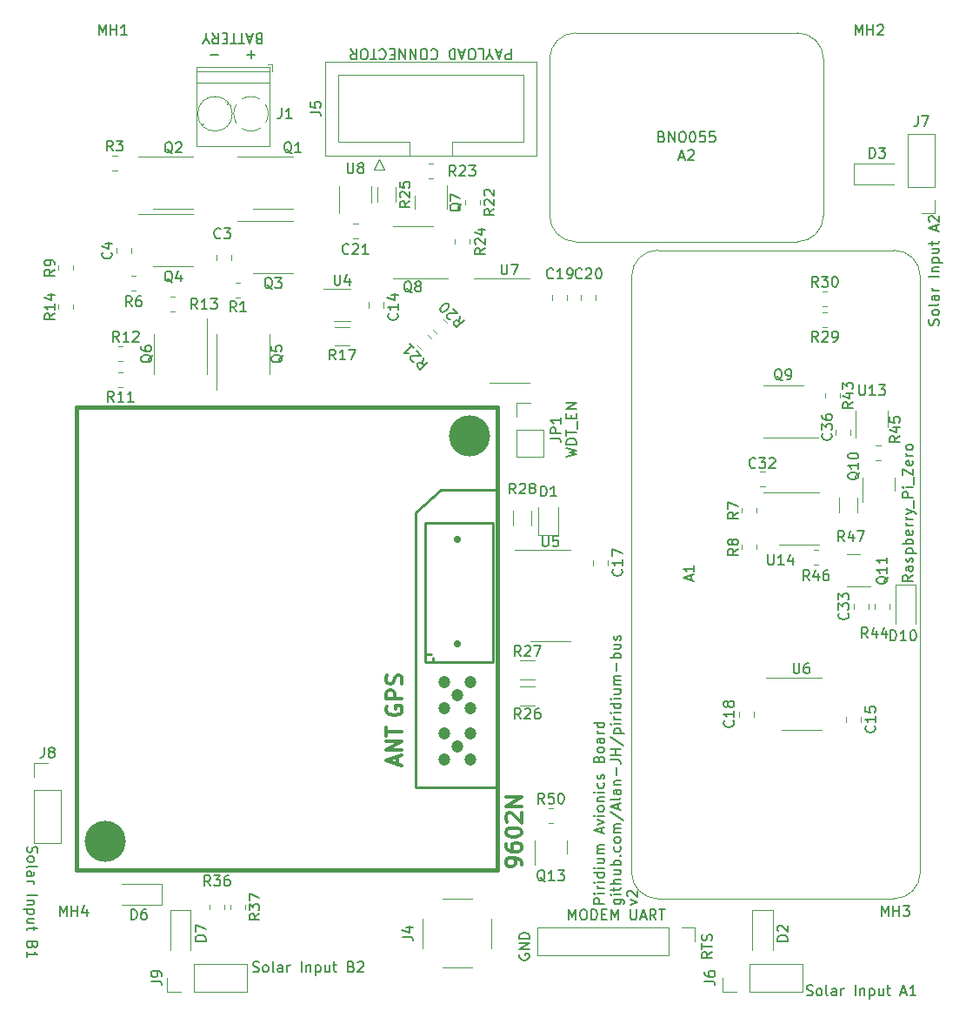
<source format=gbr>
%TF.GenerationSoftware,KiCad,Pcbnew,(6.0.10-dirty)*%
%TF.CreationDate,2022-12-22T22:26:15-05:00*%
%TF.ProjectId,piridium-bus,70697269-6469-4756-9d2d-6275732e6b69,rev?*%
%TF.SameCoordinates,Original*%
%TF.FileFunction,Legend,Top*%
%TF.FilePolarity,Positive*%
%FSLAX46Y46*%
G04 Gerber Fmt 4.6, Leading zero omitted, Abs format (unit mm)*
G04 Created by KiCad (PCBNEW (6.0.10-dirty)) date 2022-12-22 22:26:15*
%MOMM*%
%LPD*%
G01*
G04 APERTURE LIST*
%ADD10C,0.150000*%
%ADD11C,0.304800*%
%ADD12C,0.120000*%
%ADD13C,0.248920*%
%ADD14C,0.381000*%
%ADD15C,0.251460*%
%ADD16C,0.701040*%
%ADD17C,1.198880*%
%ADD18C,4.000500*%
G04 APERTURE END LIST*
D10*
X120015047Y-54427428D02*
X120776952Y-54427428D01*
X168854380Y-141771619D02*
X168378190Y-142104952D01*
X168854380Y-142343047D02*
X167854380Y-142343047D01*
X167854380Y-141962095D01*
X167902000Y-141866857D01*
X167949619Y-141819238D01*
X168044857Y-141771619D01*
X168187714Y-141771619D01*
X168282952Y-141819238D01*
X168330571Y-141866857D01*
X168378190Y-141962095D01*
X168378190Y-142343047D01*
X167854380Y-141485904D02*
X167854380Y-140914476D01*
X168854380Y-141200190D02*
X167854380Y-141200190D01*
X168806761Y-140628761D02*
X168854380Y-140485904D01*
X168854380Y-140247809D01*
X168806761Y-140152571D01*
X168759142Y-140104952D01*
X168663904Y-140057333D01*
X168568666Y-140057333D01*
X168473428Y-140104952D01*
X168425809Y-140152571D01*
X168378190Y-140247809D01*
X168330571Y-140438285D01*
X168282952Y-140533523D01*
X168235333Y-140581142D01*
X168140095Y-140628761D01*
X168044857Y-140628761D01*
X167949619Y-140581142D01*
X167902000Y-140533523D01*
X167854380Y-140438285D01*
X167854380Y-140200190D01*
X167902000Y-140057333D01*
X123571047Y-54427428D02*
X124332952Y-54427428D01*
X123952000Y-54808380D02*
X123952000Y-54046476D01*
X150122000Y-141985904D02*
X150074380Y-142081142D01*
X150074380Y-142224000D01*
X150122000Y-142366857D01*
X150217238Y-142462095D01*
X150312476Y-142509714D01*
X150502952Y-142557333D01*
X150645809Y-142557333D01*
X150836285Y-142509714D01*
X150931523Y-142462095D01*
X151026761Y-142366857D01*
X151074380Y-142224000D01*
X151074380Y-142128761D01*
X151026761Y-141985904D01*
X150979142Y-141938285D01*
X150645809Y-141938285D01*
X150645809Y-142128761D01*
X151074380Y-141509714D02*
X150074380Y-141509714D01*
X151074380Y-140938285D01*
X150074380Y-140938285D01*
X151074380Y-140462095D02*
X150074380Y-140462095D01*
X150074380Y-140224000D01*
X150122000Y-140081142D01*
X150217238Y-139985904D01*
X150312476Y-139938285D01*
X150502952Y-139890666D01*
X150645809Y-139890666D01*
X150836285Y-139938285D01*
X150931523Y-139985904D01*
X151026761Y-140081142D01*
X151074380Y-140224000D01*
X151074380Y-140462095D01*
X149263714Y-53903619D02*
X149263714Y-54903619D01*
X148882761Y-54903619D01*
X148787523Y-54856000D01*
X148739904Y-54808380D01*
X148692285Y-54713142D01*
X148692285Y-54570285D01*
X148739904Y-54475047D01*
X148787523Y-54427428D01*
X148882761Y-54379809D01*
X149263714Y-54379809D01*
X148311333Y-54189333D02*
X147835142Y-54189333D01*
X148406571Y-53903619D02*
X148073238Y-54903619D01*
X147739904Y-53903619D01*
X147216095Y-54379809D02*
X147216095Y-53903619D01*
X147549428Y-54903619D02*
X147216095Y-54379809D01*
X146882761Y-54903619D01*
X146073238Y-53903619D02*
X146549428Y-53903619D01*
X146549428Y-54903619D01*
X145549428Y-54903619D02*
X145358952Y-54903619D01*
X145263714Y-54856000D01*
X145168476Y-54760761D01*
X145120857Y-54570285D01*
X145120857Y-54236952D01*
X145168476Y-54046476D01*
X145263714Y-53951238D01*
X145358952Y-53903619D01*
X145549428Y-53903619D01*
X145644666Y-53951238D01*
X145739904Y-54046476D01*
X145787523Y-54236952D01*
X145787523Y-54570285D01*
X145739904Y-54760761D01*
X145644666Y-54856000D01*
X145549428Y-54903619D01*
X144739904Y-54189333D02*
X144263714Y-54189333D01*
X144835142Y-53903619D02*
X144501809Y-54903619D01*
X144168476Y-53903619D01*
X143835142Y-53903619D02*
X143835142Y-54903619D01*
X143597047Y-54903619D01*
X143454190Y-54856000D01*
X143358952Y-54760761D01*
X143311333Y-54665523D01*
X143263714Y-54475047D01*
X143263714Y-54332190D01*
X143311333Y-54141714D01*
X143358952Y-54046476D01*
X143454190Y-53951238D01*
X143597047Y-53903619D01*
X143835142Y-53903619D01*
X141501809Y-53998857D02*
X141549428Y-53951238D01*
X141692285Y-53903619D01*
X141787523Y-53903619D01*
X141930380Y-53951238D01*
X142025619Y-54046476D01*
X142073238Y-54141714D01*
X142120857Y-54332190D01*
X142120857Y-54475047D01*
X142073238Y-54665523D01*
X142025619Y-54760761D01*
X141930380Y-54856000D01*
X141787523Y-54903619D01*
X141692285Y-54903619D01*
X141549428Y-54856000D01*
X141501809Y-54808380D01*
X140882761Y-54903619D02*
X140692285Y-54903619D01*
X140597047Y-54856000D01*
X140501809Y-54760761D01*
X140454190Y-54570285D01*
X140454190Y-54236952D01*
X140501809Y-54046476D01*
X140597047Y-53951238D01*
X140692285Y-53903619D01*
X140882761Y-53903619D01*
X140978000Y-53951238D01*
X141073238Y-54046476D01*
X141120857Y-54236952D01*
X141120857Y-54570285D01*
X141073238Y-54760761D01*
X140978000Y-54856000D01*
X140882761Y-54903619D01*
X140025619Y-53903619D02*
X140025619Y-54903619D01*
X139454190Y-53903619D01*
X139454190Y-54903619D01*
X138978000Y-53903619D02*
X138978000Y-54903619D01*
X138406571Y-53903619D01*
X138406571Y-54903619D01*
X137930380Y-54427428D02*
X137597047Y-54427428D01*
X137454190Y-53903619D02*
X137930380Y-53903619D01*
X137930380Y-54903619D01*
X137454190Y-54903619D01*
X136454190Y-53998857D02*
X136501809Y-53951238D01*
X136644666Y-53903619D01*
X136739904Y-53903619D01*
X136882761Y-53951238D01*
X136978000Y-54046476D01*
X137025619Y-54141714D01*
X137073238Y-54332190D01*
X137073238Y-54475047D01*
X137025619Y-54665523D01*
X136978000Y-54760761D01*
X136882761Y-54856000D01*
X136739904Y-54903619D01*
X136644666Y-54903619D01*
X136501809Y-54856000D01*
X136454190Y-54808380D01*
X136168476Y-54903619D02*
X135597047Y-54903619D01*
X135882761Y-53903619D02*
X135882761Y-54903619D01*
X135073238Y-54903619D02*
X134882761Y-54903619D01*
X134787523Y-54856000D01*
X134692285Y-54760761D01*
X134644666Y-54570285D01*
X134644666Y-54236952D01*
X134692285Y-54046476D01*
X134787523Y-53951238D01*
X134882761Y-53903619D01*
X135073238Y-53903619D01*
X135168476Y-53951238D01*
X135263714Y-54046476D01*
X135311333Y-54236952D01*
X135311333Y-54570285D01*
X135263714Y-54760761D01*
X135168476Y-54856000D01*
X135073238Y-54903619D01*
X133644666Y-53903619D02*
X133978000Y-54379809D01*
X134216095Y-53903619D02*
X134216095Y-54903619D01*
X133835142Y-54903619D01*
X133739904Y-54856000D01*
X133692285Y-54808380D01*
X133644666Y-54713142D01*
X133644666Y-54570285D01*
X133692285Y-54475047D01*
X133739904Y-54427428D01*
X133835142Y-54379809D01*
X134216095Y-54379809D01*
X178078476Y-145946761D02*
X178221333Y-145994380D01*
X178459428Y-145994380D01*
X178554666Y-145946761D01*
X178602285Y-145899142D01*
X178649904Y-145803904D01*
X178649904Y-145708666D01*
X178602285Y-145613428D01*
X178554666Y-145565809D01*
X178459428Y-145518190D01*
X178268952Y-145470571D01*
X178173714Y-145422952D01*
X178126095Y-145375333D01*
X178078476Y-145280095D01*
X178078476Y-145184857D01*
X178126095Y-145089619D01*
X178173714Y-145042000D01*
X178268952Y-144994380D01*
X178507047Y-144994380D01*
X178649904Y-145042000D01*
X179221333Y-145994380D02*
X179126095Y-145946761D01*
X179078476Y-145899142D01*
X179030857Y-145803904D01*
X179030857Y-145518190D01*
X179078476Y-145422952D01*
X179126095Y-145375333D01*
X179221333Y-145327714D01*
X179364190Y-145327714D01*
X179459428Y-145375333D01*
X179507047Y-145422952D01*
X179554666Y-145518190D01*
X179554666Y-145803904D01*
X179507047Y-145899142D01*
X179459428Y-145946761D01*
X179364190Y-145994380D01*
X179221333Y-145994380D01*
X180126095Y-145994380D02*
X180030857Y-145946761D01*
X179983238Y-145851523D01*
X179983238Y-144994380D01*
X180935619Y-145994380D02*
X180935619Y-145470571D01*
X180888000Y-145375333D01*
X180792761Y-145327714D01*
X180602285Y-145327714D01*
X180507047Y-145375333D01*
X180935619Y-145946761D02*
X180840380Y-145994380D01*
X180602285Y-145994380D01*
X180507047Y-145946761D01*
X180459428Y-145851523D01*
X180459428Y-145756285D01*
X180507047Y-145661047D01*
X180602285Y-145613428D01*
X180840380Y-145613428D01*
X180935619Y-145565809D01*
X181411809Y-145994380D02*
X181411809Y-145327714D01*
X181411809Y-145518190D02*
X181459428Y-145422952D01*
X181507047Y-145375333D01*
X181602285Y-145327714D01*
X181697523Y-145327714D01*
X182792761Y-145994380D02*
X182792761Y-144994380D01*
X183268952Y-145327714D02*
X183268952Y-145994380D01*
X183268952Y-145422952D02*
X183316571Y-145375333D01*
X183411809Y-145327714D01*
X183554666Y-145327714D01*
X183649904Y-145375333D01*
X183697523Y-145470571D01*
X183697523Y-145994380D01*
X184173714Y-145327714D02*
X184173714Y-146327714D01*
X184173714Y-145375333D02*
X184268952Y-145327714D01*
X184459428Y-145327714D01*
X184554666Y-145375333D01*
X184602285Y-145422952D01*
X184649904Y-145518190D01*
X184649904Y-145803904D01*
X184602285Y-145899142D01*
X184554666Y-145946761D01*
X184459428Y-145994380D01*
X184268952Y-145994380D01*
X184173714Y-145946761D01*
X185507047Y-145327714D02*
X185507047Y-145994380D01*
X185078476Y-145327714D02*
X185078476Y-145851523D01*
X185126095Y-145946761D01*
X185221333Y-145994380D01*
X185364190Y-145994380D01*
X185459428Y-145946761D01*
X185507047Y-145899142D01*
X185840380Y-145327714D02*
X186221333Y-145327714D01*
X185983238Y-144994380D02*
X185983238Y-145851523D01*
X186030857Y-145946761D01*
X186126095Y-145994380D01*
X186221333Y-145994380D01*
X187268952Y-145708666D02*
X187745142Y-145708666D01*
X187173714Y-145994380D02*
X187507047Y-144994380D01*
X187840380Y-145994380D01*
X188697523Y-145994380D02*
X188126095Y-145994380D01*
X188411809Y-145994380D02*
X188411809Y-144994380D01*
X188316571Y-145137238D01*
X188221333Y-145232476D01*
X188126095Y-145280095D01*
X190904761Y-80747523D02*
X190952380Y-80604666D01*
X190952380Y-80366571D01*
X190904761Y-80271333D01*
X190857142Y-80223714D01*
X190761904Y-80176095D01*
X190666666Y-80176095D01*
X190571428Y-80223714D01*
X190523809Y-80271333D01*
X190476190Y-80366571D01*
X190428571Y-80557047D01*
X190380952Y-80652285D01*
X190333333Y-80699904D01*
X190238095Y-80747523D01*
X190142857Y-80747523D01*
X190047619Y-80699904D01*
X190000000Y-80652285D01*
X189952380Y-80557047D01*
X189952380Y-80318952D01*
X190000000Y-80176095D01*
X190952380Y-79604666D02*
X190904761Y-79699904D01*
X190857142Y-79747523D01*
X190761904Y-79795142D01*
X190476190Y-79795142D01*
X190380952Y-79747523D01*
X190333333Y-79699904D01*
X190285714Y-79604666D01*
X190285714Y-79461809D01*
X190333333Y-79366571D01*
X190380952Y-79318952D01*
X190476190Y-79271333D01*
X190761904Y-79271333D01*
X190857142Y-79318952D01*
X190904761Y-79366571D01*
X190952380Y-79461809D01*
X190952380Y-79604666D01*
X190952380Y-78699904D02*
X190904761Y-78795142D01*
X190809523Y-78842761D01*
X189952380Y-78842761D01*
X190952380Y-77890380D02*
X190428571Y-77890380D01*
X190333333Y-77938000D01*
X190285714Y-78033238D01*
X190285714Y-78223714D01*
X190333333Y-78318952D01*
X190904761Y-77890380D02*
X190952380Y-77985619D01*
X190952380Y-78223714D01*
X190904761Y-78318952D01*
X190809523Y-78366571D01*
X190714285Y-78366571D01*
X190619047Y-78318952D01*
X190571428Y-78223714D01*
X190571428Y-77985619D01*
X190523809Y-77890380D01*
X190952380Y-77414190D02*
X190285714Y-77414190D01*
X190476190Y-77414190D02*
X190380952Y-77366571D01*
X190333333Y-77318952D01*
X190285714Y-77223714D01*
X190285714Y-77128476D01*
X190952380Y-76033238D02*
X189952380Y-76033238D01*
X190285714Y-75557047D02*
X190952380Y-75557047D01*
X190380952Y-75557047D02*
X190333333Y-75509428D01*
X190285714Y-75414190D01*
X190285714Y-75271333D01*
X190333333Y-75176095D01*
X190428571Y-75128476D01*
X190952380Y-75128476D01*
X190285714Y-74652285D02*
X191285714Y-74652285D01*
X190333333Y-74652285D02*
X190285714Y-74557047D01*
X190285714Y-74366571D01*
X190333333Y-74271333D01*
X190380952Y-74223714D01*
X190476190Y-74176095D01*
X190761904Y-74176095D01*
X190857142Y-74223714D01*
X190904761Y-74271333D01*
X190952380Y-74366571D01*
X190952380Y-74557047D01*
X190904761Y-74652285D01*
X190285714Y-73318952D02*
X190952380Y-73318952D01*
X190285714Y-73747523D02*
X190809523Y-73747523D01*
X190904761Y-73699904D01*
X190952380Y-73604666D01*
X190952380Y-73461809D01*
X190904761Y-73366571D01*
X190857142Y-73318952D01*
X190285714Y-72985619D02*
X190285714Y-72604666D01*
X189952380Y-72842761D02*
X190809523Y-72842761D01*
X190904761Y-72795142D01*
X190952380Y-72699904D01*
X190952380Y-72604666D01*
X190666666Y-71557047D02*
X190666666Y-71080857D01*
X190952380Y-71652285D02*
X189952380Y-71318952D01*
X190952380Y-70985619D01*
X190047619Y-70699904D02*
X190000000Y-70652285D01*
X189952380Y-70557047D01*
X189952380Y-70318952D01*
X190000000Y-70223714D01*
X190047619Y-70176095D01*
X190142857Y-70128476D01*
X190238095Y-70128476D01*
X190380952Y-70176095D01*
X190952380Y-70747523D01*
X190952380Y-70128476D01*
X102211238Y-131525047D02*
X102163619Y-131667904D01*
X102163619Y-131906000D01*
X102211238Y-132001238D01*
X102258857Y-132048857D01*
X102354095Y-132096476D01*
X102449333Y-132096476D01*
X102544571Y-132048857D01*
X102592190Y-132001238D01*
X102639809Y-131906000D01*
X102687428Y-131715523D01*
X102735047Y-131620285D01*
X102782666Y-131572666D01*
X102877904Y-131525047D01*
X102973142Y-131525047D01*
X103068380Y-131572666D01*
X103116000Y-131620285D01*
X103163619Y-131715523D01*
X103163619Y-131953619D01*
X103116000Y-132096476D01*
X102163619Y-132667904D02*
X102211238Y-132572666D01*
X102258857Y-132525047D01*
X102354095Y-132477428D01*
X102639809Y-132477428D01*
X102735047Y-132525047D01*
X102782666Y-132572666D01*
X102830285Y-132667904D01*
X102830285Y-132810761D01*
X102782666Y-132906000D01*
X102735047Y-132953619D01*
X102639809Y-133001238D01*
X102354095Y-133001238D01*
X102258857Y-132953619D01*
X102211238Y-132906000D01*
X102163619Y-132810761D01*
X102163619Y-132667904D01*
X102163619Y-133572666D02*
X102211238Y-133477428D01*
X102306476Y-133429809D01*
X103163619Y-133429809D01*
X102163619Y-134382190D02*
X102687428Y-134382190D01*
X102782666Y-134334571D01*
X102830285Y-134239333D01*
X102830285Y-134048857D01*
X102782666Y-133953619D01*
X102211238Y-134382190D02*
X102163619Y-134286952D01*
X102163619Y-134048857D01*
X102211238Y-133953619D01*
X102306476Y-133906000D01*
X102401714Y-133906000D01*
X102496952Y-133953619D01*
X102544571Y-134048857D01*
X102544571Y-134286952D01*
X102592190Y-134382190D01*
X102163619Y-134858380D02*
X102830285Y-134858380D01*
X102639809Y-134858380D02*
X102735047Y-134906000D01*
X102782666Y-134953619D01*
X102830285Y-135048857D01*
X102830285Y-135144095D01*
X102163619Y-136239333D02*
X103163619Y-136239333D01*
X102830285Y-136715523D02*
X102163619Y-136715523D01*
X102735047Y-136715523D02*
X102782666Y-136763142D01*
X102830285Y-136858380D01*
X102830285Y-137001238D01*
X102782666Y-137096476D01*
X102687428Y-137144095D01*
X102163619Y-137144095D01*
X102830285Y-137620285D02*
X101830285Y-137620285D01*
X102782666Y-137620285D02*
X102830285Y-137715523D01*
X102830285Y-137906000D01*
X102782666Y-138001238D01*
X102735047Y-138048857D01*
X102639809Y-138096476D01*
X102354095Y-138096476D01*
X102258857Y-138048857D01*
X102211238Y-138001238D01*
X102163619Y-137906000D01*
X102163619Y-137715523D01*
X102211238Y-137620285D01*
X102830285Y-138953619D02*
X102163619Y-138953619D01*
X102830285Y-138525047D02*
X102306476Y-138525047D01*
X102211238Y-138572666D01*
X102163619Y-138667904D01*
X102163619Y-138810761D01*
X102211238Y-138906000D01*
X102258857Y-138953619D01*
X102830285Y-139286952D02*
X102830285Y-139667904D01*
X103163619Y-139429809D02*
X102306476Y-139429809D01*
X102211238Y-139477428D01*
X102163619Y-139572666D01*
X102163619Y-139667904D01*
X102687428Y-141096476D02*
X102639809Y-141239333D01*
X102592190Y-141286952D01*
X102496952Y-141334571D01*
X102354095Y-141334571D01*
X102258857Y-141286952D01*
X102211238Y-141239333D01*
X102163619Y-141144095D01*
X102163619Y-140763142D01*
X103163619Y-140763142D01*
X103163619Y-141096476D01*
X103116000Y-141191714D01*
X103068380Y-141239333D01*
X102973142Y-141286952D01*
X102877904Y-141286952D01*
X102782666Y-141239333D01*
X102735047Y-141191714D01*
X102687428Y-141096476D01*
X102687428Y-140763142D01*
X102163619Y-142286952D02*
X102163619Y-141715523D01*
X102163619Y-142001238D02*
X103163619Y-142001238D01*
X103020761Y-141906000D01*
X102925523Y-141810761D01*
X102877904Y-141715523D01*
X124702000Y-52903428D02*
X124559142Y-52855809D01*
X124511523Y-52808190D01*
X124463904Y-52712952D01*
X124463904Y-52570095D01*
X124511523Y-52474857D01*
X124559142Y-52427238D01*
X124654380Y-52379619D01*
X125035333Y-52379619D01*
X125035333Y-53379619D01*
X124702000Y-53379619D01*
X124606761Y-53332000D01*
X124559142Y-53284380D01*
X124511523Y-53189142D01*
X124511523Y-53093904D01*
X124559142Y-52998666D01*
X124606761Y-52951047D01*
X124702000Y-52903428D01*
X125035333Y-52903428D01*
X124082952Y-52665333D02*
X123606761Y-52665333D01*
X124178190Y-52379619D02*
X123844857Y-53379619D01*
X123511523Y-52379619D01*
X123321047Y-53379619D02*
X122749619Y-53379619D01*
X123035333Y-52379619D02*
X123035333Y-53379619D01*
X122559142Y-53379619D02*
X121987714Y-53379619D01*
X122273428Y-52379619D02*
X122273428Y-53379619D01*
X121654380Y-52903428D02*
X121321047Y-52903428D01*
X121178190Y-52379619D02*
X121654380Y-52379619D01*
X121654380Y-53379619D01*
X121178190Y-53379619D01*
X120178190Y-52379619D02*
X120511523Y-52855809D01*
X120749619Y-52379619D02*
X120749619Y-53379619D01*
X120368666Y-53379619D01*
X120273428Y-53332000D01*
X120225809Y-53284380D01*
X120178190Y-53189142D01*
X120178190Y-53046285D01*
X120225809Y-52951047D01*
X120273428Y-52903428D01*
X120368666Y-52855809D01*
X120749619Y-52855809D01*
X119559142Y-52855809D02*
X119559142Y-52379619D01*
X119892476Y-53379619D02*
X119559142Y-52855809D01*
X119225809Y-53379619D01*
X158354380Y-137078404D02*
X157354380Y-137078404D01*
X157354380Y-136697452D01*
X157402000Y-136602214D01*
X157449619Y-136554595D01*
X157544857Y-136506976D01*
X157687714Y-136506976D01*
X157782952Y-136554595D01*
X157830571Y-136602214D01*
X157878190Y-136697452D01*
X157878190Y-137078404D01*
X158354380Y-136078404D02*
X157687714Y-136078404D01*
X157354380Y-136078404D02*
X157402000Y-136126023D01*
X157449619Y-136078404D01*
X157402000Y-136030785D01*
X157354380Y-136078404D01*
X157449619Y-136078404D01*
X158354380Y-135602214D02*
X157687714Y-135602214D01*
X157878190Y-135602214D02*
X157782952Y-135554595D01*
X157735333Y-135506976D01*
X157687714Y-135411738D01*
X157687714Y-135316500D01*
X158354380Y-134983166D02*
X157687714Y-134983166D01*
X157354380Y-134983166D02*
X157402000Y-135030785D01*
X157449619Y-134983166D01*
X157402000Y-134935547D01*
X157354380Y-134983166D01*
X157449619Y-134983166D01*
X158354380Y-134078404D02*
X157354380Y-134078404D01*
X158306761Y-134078404D02*
X158354380Y-134173642D01*
X158354380Y-134364119D01*
X158306761Y-134459357D01*
X158259142Y-134506976D01*
X158163904Y-134554595D01*
X157878190Y-134554595D01*
X157782952Y-134506976D01*
X157735333Y-134459357D01*
X157687714Y-134364119D01*
X157687714Y-134173642D01*
X157735333Y-134078404D01*
X158354380Y-133602214D02*
X157687714Y-133602214D01*
X157354380Y-133602214D02*
X157402000Y-133649833D01*
X157449619Y-133602214D01*
X157402000Y-133554595D01*
X157354380Y-133602214D01*
X157449619Y-133602214D01*
X157687714Y-132697452D02*
X158354380Y-132697452D01*
X157687714Y-133126023D02*
X158211523Y-133126023D01*
X158306761Y-133078404D01*
X158354380Y-132983166D01*
X158354380Y-132840309D01*
X158306761Y-132745071D01*
X158259142Y-132697452D01*
X158354380Y-132221261D02*
X157687714Y-132221261D01*
X157782952Y-132221261D02*
X157735333Y-132173642D01*
X157687714Y-132078404D01*
X157687714Y-131935547D01*
X157735333Y-131840309D01*
X157830571Y-131792690D01*
X158354380Y-131792690D01*
X157830571Y-131792690D02*
X157735333Y-131745071D01*
X157687714Y-131649833D01*
X157687714Y-131506976D01*
X157735333Y-131411738D01*
X157830571Y-131364119D01*
X158354380Y-131364119D01*
X158068666Y-130173642D02*
X158068666Y-129697452D01*
X158354380Y-130268880D02*
X157354380Y-129935547D01*
X158354380Y-129602214D01*
X157687714Y-129364119D02*
X158354380Y-129126023D01*
X157687714Y-128887928D01*
X158354380Y-128506976D02*
X157687714Y-128506976D01*
X157354380Y-128506976D02*
X157402000Y-128554595D01*
X157449619Y-128506976D01*
X157402000Y-128459357D01*
X157354380Y-128506976D01*
X157449619Y-128506976D01*
X158354380Y-127887928D02*
X158306761Y-127983166D01*
X158259142Y-128030785D01*
X158163904Y-128078404D01*
X157878190Y-128078404D01*
X157782952Y-128030785D01*
X157735333Y-127983166D01*
X157687714Y-127887928D01*
X157687714Y-127745071D01*
X157735333Y-127649833D01*
X157782952Y-127602214D01*
X157878190Y-127554595D01*
X158163904Y-127554595D01*
X158259142Y-127602214D01*
X158306761Y-127649833D01*
X158354380Y-127745071D01*
X158354380Y-127887928D01*
X157687714Y-127126023D02*
X158354380Y-127126023D01*
X157782952Y-127126023D02*
X157735333Y-127078404D01*
X157687714Y-126983166D01*
X157687714Y-126840309D01*
X157735333Y-126745071D01*
X157830571Y-126697452D01*
X158354380Y-126697452D01*
X158354380Y-126221261D02*
X157687714Y-126221261D01*
X157354380Y-126221261D02*
X157402000Y-126268880D01*
X157449619Y-126221261D01*
X157402000Y-126173642D01*
X157354380Y-126221261D01*
X157449619Y-126221261D01*
X158306761Y-125316500D02*
X158354380Y-125411738D01*
X158354380Y-125602214D01*
X158306761Y-125697452D01*
X158259142Y-125745071D01*
X158163904Y-125792690D01*
X157878190Y-125792690D01*
X157782952Y-125745071D01*
X157735333Y-125697452D01*
X157687714Y-125602214D01*
X157687714Y-125411738D01*
X157735333Y-125316500D01*
X158306761Y-124935547D02*
X158354380Y-124840309D01*
X158354380Y-124649833D01*
X158306761Y-124554595D01*
X158211523Y-124506976D01*
X158163904Y-124506976D01*
X158068666Y-124554595D01*
X158021047Y-124649833D01*
X158021047Y-124792690D01*
X157973428Y-124887928D01*
X157878190Y-124935547D01*
X157830571Y-124935547D01*
X157735333Y-124887928D01*
X157687714Y-124792690D01*
X157687714Y-124649833D01*
X157735333Y-124554595D01*
X157830571Y-122983166D02*
X157878190Y-122840309D01*
X157925809Y-122792690D01*
X158021047Y-122745071D01*
X158163904Y-122745071D01*
X158259142Y-122792690D01*
X158306761Y-122840309D01*
X158354380Y-122935547D01*
X158354380Y-123316500D01*
X157354380Y-123316500D01*
X157354380Y-122983166D01*
X157402000Y-122887928D01*
X157449619Y-122840309D01*
X157544857Y-122792690D01*
X157640095Y-122792690D01*
X157735333Y-122840309D01*
X157782952Y-122887928D01*
X157830571Y-122983166D01*
X157830571Y-123316500D01*
X158354380Y-122173642D02*
X158306761Y-122268880D01*
X158259142Y-122316500D01*
X158163904Y-122364119D01*
X157878190Y-122364119D01*
X157782952Y-122316500D01*
X157735333Y-122268880D01*
X157687714Y-122173642D01*
X157687714Y-122030785D01*
X157735333Y-121935547D01*
X157782952Y-121887928D01*
X157878190Y-121840309D01*
X158163904Y-121840309D01*
X158259142Y-121887928D01*
X158306761Y-121935547D01*
X158354380Y-122030785D01*
X158354380Y-122173642D01*
X158354380Y-120983166D02*
X157830571Y-120983166D01*
X157735333Y-121030785D01*
X157687714Y-121126023D01*
X157687714Y-121316500D01*
X157735333Y-121411738D01*
X158306761Y-120983166D02*
X158354380Y-121078404D01*
X158354380Y-121316500D01*
X158306761Y-121411738D01*
X158211523Y-121459357D01*
X158116285Y-121459357D01*
X158021047Y-121411738D01*
X157973428Y-121316500D01*
X157973428Y-121078404D01*
X157925809Y-120983166D01*
X158354380Y-120506976D02*
X157687714Y-120506976D01*
X157878190Y-120506976D02*
X157782952Y-120459357D01*
X157735333Y-120411738D01*
X157687714Y-120316500D01*
X157687714Y-120221261D01*
X158354380Y-119459357D02*
X157354380Y-119459357D01*
X158306761Y-119459357D02*
X158354380Y-119554595D01*
X158354380Y-119745071D01*
X158306761Y-119840309D01*
X158259142Y-119887928D01*
X158163904Y-119935547D01*
X157878190Y-119935547D01*
X157782952Y-119887928D01*
X157735333Y-119840309D01*
X157687714Y-119745071D01*
X157687714Y-119554595D01*
X157735333Y-119459357D01*
X159297714Y-136649833D02*
X160107238Y-136649833D01*
X160202476Y-136697452D01*
X160250095Y-136745071D01*
X160297714Y-136840309D01*
X160297714Y-136983166D01*
X160250095Y-137078404D01*
X159916761Y-136649833D02*
X159964380Y-136745071D01*
X159964380Y-136935547D01*
X159916761Y-137030785D01*
X159869142Y-137078404D01*
X159773904Y-137126023D01*
X159488190Y-137126023D01*
X159392952Y-137078404D01*
X159345333Y-137030785D01*
X159297714Y-136935547D01*
X159297714Y-136745071D01*
X159345333Y-136649833D01*
X159964380Y-136173642D02*
X159297714Y-136173642D01*
X158964380Y-136173642D02*
X159012000Y-136221261D01*
X159059619Y-136173642D01*
X159012000Y-136126023D01*
X158964380Y-136173642D01*
X159059619Y-136173642D01*
X159297714Y-135840309D02*
X159297714Y-135459357D01*
X158964380Y-135697452D02*
X159821523Y-135697452D01*
X159916761Y-135649833D01*
X159964380Y-135554595D01*
X159964380Y-135459357D01*
X159964380Y-135126023D02*
X158964380Y-135126023D01*
X159964380Y-134697452D02*
X159440571Y-134697452D01*
X159345333Y-134745071D01*
X159297714Y-134840309D01*
X159297714Y-134983166D01*
X159345333Y-135078404D01*
X159392952Y-135126023D01*
X159297714Y-133792690D02*
X159964380Y-133792690D01*
X159297714Y-134221261D02*
X159821523Y-134221261D01*
X159916761Y-134173642D01*
X159964380Y-134078404D01*
X159964380Y-133935547D01*
X159916761Y-133840309D01*
X159869142Y-133792690D01*
X159964380Y-133316500D02*
X158964380Y-133316500D01*
X159345333Y-133316500D02*
X159297714Y-133221261D01*
X159297714Y-133030785D01*
X159345333Y-132935547D01*
X159392952Y-132887928D01*
X159488190Y-132840309D01*
X159773904Y-132840309D01*
X159869142Y-132887928D01*
X159916761Y-132935547D01*
X159964380Y-133030785D01*
X159964380Y-133221261D01*
X159916761Y-133316500D01*
X159869142Y-132411738D02*
X159916761Y-132364119D01*
X159964380Y-132411738D01*
X159916761Y-132459357D01*
X159869142Y-132411738D01*
X159964380Y-132411738D01*
X159916761Y-131506976D02*
X159964380Y-131602214D01*
X159964380Y-131792690D01*
X159916761Y-131887928D01*
X159869142Y-131935547D01*
X159773904Y-131983166D01*
X159488190Y-131983166D01*
X159392952Y-131935547D01*
X159345333Y-131887928D01*
X159297714Y-131792690D01*
X159297714Y-131602214D01*
X159345333Y-131506976D01*
X159964380Y-130935547D02*
X159916761Y-131030785D01*
X159869142Y-131078404D01*
X159773904Y-131126023D01*
X159488190Y-131126023D01*
X159392952Y-131078404D01*
X159345333Y-131030785D01*
X159297714Y-130935547D01*
X159297714Y-130792690D01*
X159345333Y-130697452D01*
X159392952Y-130649833D01*
X159488190Y-130602214D01*
X159773904Y-130602214D01*
X159869142Y-130649833D01*
X159916761Y-130697452D01*
X159964380Y-130792690D01*
X159964380Y-130935547D01*
X159964380Y-130173642D02*
X159297714Y-130173642D01*
X159392952Y-130173642D02*
X159345333Y-130126023D01*
X159297714Y-130030785D01*
X159297714Y-129887928D01*
X159345333Y-129792690D01*
X159440571Y-129745071D01*
X159964380Y-129745071D01*
X159440571Y-129745071D02*
X159345333Y-129697452D01*
X159297714Y-129602214D01*
X159297714Y-129459357D01*
X159345333Y-129364119D01*
X159440571Y-129316500D01*
X159964380Y-129316500D01*
X158916761Y-128126023D02*
X160202476Y-128983166D01*
X159678666Y-127840309D02*
X159678666Y-127364119D01*
X159964380Y-127935547D02*
X158964380Y-127602214D01*
X159964380Y-127268880D01*
X159964380Y-126792690D02*
X159916761Y-126887928D01*
X159821523Y-126935547D01*
X158964380Y-126935547D01*
X159964380Y-125983166D02*
X159440571Y-125983166D01*
X159345333Y-126030785D01*
X159297714Y-126126023D01*
X159297714Y-126316500D01*
X159345333Y-126411738D01*
X159916761Y-125983166D02*
X159964380Y-126078404D01*
X159964380Y-126316500D01*
X159916761Y-126411738D01*
X159821523Y-126459357D01*
X159726285Y-126459357D01*
X159631047Y-126411738D01*
X159583428Y-126316500D01*
X159583428Y-126078404D01*
X159535809Y-125983166D01*
X159297714Y-125506976D02*
X159964380Y-125506976D01*
X159392952Y-125506976D02*
X159345333Y-125459357D01*
X159297714Y-125364119D01*
X159297714Y-125221261D01*
X159345333Y-125126023D01*
X159440571Y-125078404D01*
X159964380Y-125078404D01*
X159583428Y-124602214D02*
X159583428Y-123840309D01*
X158964380Y-123078404D02*
X159678666Y-123078404D01*
X159821523Y-123126023D01*
X159916761Y-123221261D01*
X159964380Y-123364119D01*
X159964380Y-123459357D01*
X159964380Y-122602214D02*
X158964380Y-122602214D01*
X159440571Y-122602214D02*
X159440571Y-122030785D01*
X159964380Y-122030785D02*
X158964380Y-122030785D01*
X158916761Y-120840309D02*
X160202476Y-121697452D01*
X159297714Y-120506976D02*
X160297714Y-120506976D01*
X159345333Y-120506976D02*
X159297714Y-120411738D01*
X159297714Y-120221261D01*
X159345333Y-120126023D01*
X159392952Y-120078404D01*
X159488190Y-120030785D01*
X159773904Y-120030785D01*
X159869142Y-120078404D01*
X159916761Y-120126023D01*
X159964380Y-120221261D01*
X159964380Y-120411738D01*
X159916761Y-120506976D01*
X159964380Y-119602214D02*
X159297714Y-119602214D01*
X158964380Y-119602214D02*
X159012000Y-119649833D01*
X159059619Y-119602214D01*
X159012000Y-119554595D01*
X158964380Y-119602214D01*
X159059619Y-119602214D01*
X159964380Y-119126023D02*
X159297714Y-119126023D01*
X159488190Y-119126023D02*
X159392952Y-119078404D01*
X159345333Y-119030785D01*
X159297714Y-118935547D01*
X159297714Y-118840309D01*
X159964380Y-118506976D02*
X159297714Y-118506976D01*
X158964380Y-118506976D02*
X159012000Y-118554595D01*
X159059619Y-118506976D01*
X159012000Y-118459357D01*
X158964380Y-118506976D01*
X159059619Y-118506976D01*
X159964380Y-117602214D02*
X158964380Y-117602214D01*
X159916761Y-117602214D02*
X159964380Y-117697452D01*
X159964380Y-117887928D01*
X159916761Y-117983166D01*
X159869142Y-118030785D01*
X159773904Y-118078404D01*
X159488190Y-118078404D01*
X159392952Y-118030785D01*
X159345333Y-117983166D01*
X159297714Y-117887928D01*
X159297714Y-117697452D01*
X159345333Y-117602214D01*
X159964380Y-117126023D02*
X159297714Y-117126023D01*
X158964380Y-117126023D02*
X159012000Y-117173642D01*
X159059619Y-117126023D01*
X159012000Y-117078404D01*
X158964380Y-117126023D01*
X159059619Y-117126023D01*
X159297714Y-116221261D02*
X159964380Y-116221261D01*
X159297714Y-116649833D02*
X159821523Y-116649833D01*
X159916761Y-116602214D01*
X159964380Y-116506976D01*
X159964380Y-116364119D01*
X159916761Y-116268880D01*
X159869142Y-116221261D01*
X159964380Y-115745071D02*
X159297714Y-115745071D01*
X159392952Y-115745071D02*
X159345333Y-115697452D01*
X159297714Y-115602214D01*
X159297714Y-115459357D01*
X159345333Y-115364119D01*
X159440571Y-115316500D01*
X159964380Y-115316500D01*
X159440571Y-115316500D02*
X159345333Y-115268880D01*
X159297714Y-115173642D01*
X159297714Y-115030785D01*
X159345333Y-114935547D01*
X159440571Y-114887928D01*
X159964380Y-114887928D01*
X159583428Y-114411738D02*
X159583428Y-113649833D01*
X159964380Y-113173642D02*
X158964380Y-113173642D01*
X159345333Y-113173642D02*
X159297714Y-113078404D01*
X159297714Y-112887928D01*
X159345333Y-112792690D01*
X159392952Y-112745071D01*
X159488190Y-112697452D01*
X159773904Y-112697452D01*
X159869142Y-112745071D01*
X159916761Y-112792690D01*
X159964380Y-112887928D01*
X159964380Y-113078404D01*
X159916761Y-113173642D01*
X159297714Y-111840309D02*
X159964380Y-111840309D01*
X159297714Y-112268880D02*
X159821523Y-112268880D01*
X159916761Y-112221261D01*
X159964380Y-112126023D01*
X159964380Y-111983166D01*
X159916761Y-111887928D01*
X159869142Y-111840309D01*
X159916761Y-111411738D02*
X159964380Y-111316500D01*
X159964380Y-111126023D01*
X159916761Y-111030785D01*
X159821523Y-110983166D01*
X159773904Y-110983166D01*
X159678666Y-111030785D01*
X159631047Y-111126023D01*
X159631047Y-111268880D01*
X159583428Y-111364119D01*
X159488190Y-111411738D01*
X159440571Y-111411738D01*
X159345333Y-111364119D01*
X159297714Y-111268880D01*
X159297714Y-111126023D01*
X159345333Y-111030785D01*
X160907714Y-137173642D02*
X161574380Y-136935547D01*
X160907714Y-136697452D01*
X160669619Y-136364119D02*
X160622000Y-136316500D01*
X160574380Y-136221261D01*
X160574380Y-135983166D01*
X160622000Y-135887928D01*
X160669619Y-135840309D01*
X160764857Y-135792690D01*
X160860095Y-135792690D01*
X161002952Y-135840309D01*
X161574380Y-136411738D01*
X161574380Y-135792690D01*
X124159047Y-143660761D02*
X124301904Y-143708380D01*
X124540000Y-143708380D01*
X124635238Y-143660761D01*
X124682857Y-143613142D01*
X124730476Y-143517904D01*
X124730476Y-143422666D01*
X124682857Y-143327428D01*
X124635238Y-143279809D01*
X124540000Y-143232190D01*
X124349523Y-143184571D01*
X124254285Y-143136952D01*
X124206666Y-143089333D01*
X124159047Y-142994095D01*
X124159047Y-142898857D01*
X124206666Y-142803619D01*
X124254285Y-142756000D01*
X124349523Y-142708380D01*
X124587619Y-142708380D01*
X124730476Y-142756000D01*
X125301904Y-143708380D02*
X125206666Y-143660761D01*
X125159047Y-143613142D01*
X125111428Y-143517904D01*
X125111428Y-143232190D01*
X125159047Y-143136952D01*
X125206666Y-143089333D01*
X125301904Y-143041714D01*
X125444761Y-143041714D01*
X125540000Y-143089333D01*
X125587619Y-143136952D01*
X125635238Y-143232190D01*
X125635238Y-143517904D01*
X125587619Y-143613142D01*
X125540000Y-143660761D01*
X125444761Y-143708380D01*
X125301904Y-143708380D01*
X126206666Y-143708380D02*
X126111428Y-143660761D01*
X126063809Y-143565523D01*
X126063809Y-142708380D01*
X127016190Y-143708380D02*
X127016190Y-143184571D01*
X126968571Y-143089333D01*
X126873333Y-143041714D01*
X126682857Y-143041714D01*
X126587619Y-143089333D01*
X127016190Y-143660761D02*
X126920952Y-143708380D01*
X126682857Y-143708380D01*
X126587619Y-143660761D01*
X126540000Y-143565523D01*
X126540000Y-143470285D01*
X126587619Y-143375047D01*
X126682857Y-143327428D01*
X126920952Y-143327428D01*
X127016190Y-143279809D01*
X127492380Y-143708380D02*
X127492380Y-143041714D01*
X127492380Y-143232190D02*
X127540000Y-143136952D01*
X127587619Y-143089333D01*
X127682857Y-143041714D01*
X127778095Y-143041714D01*
X128873333Y-143708380D02*
X128873333Y-142708380D01*
X129349523Y-143041714D02*
X129349523Y-143708380D01*
X129349523Y-143136952D02*
X129397142Y-143089333D01*
X129492380Y-143041714D01*
X129635238Y-143041714D01*
X129730476Y-143089333D01*
X129778095Y-143184571D01*
X129778095Y-143708380D01*
X130254285Y-143041714D02*
X130254285Y-144041714D01*
X130254285Y-143089333D02*
X130349523Y-143041714D01*
X130540000Y-143041714D01*
X130635238Y-143089333D01*
X130682857Y-143136952D01*
X130730476Y-143232190D01*
X130730476Y-143517904D01*
X130682857Y-143613142D01*
X130635238Y-143660761D01*
X130540000Y-143708380D01*
X130349523Y-143708380D01*
X130254285Y-143660761D01*
X131587619Y-143041714D02*
X131587619Y-143708380D01*
X131159047Y-143041714D02*
X131159047Y-143565523D01*
X131206666Y-143660761D01*
X131301904Y-143708380D01*
X131444761Y-143708380D01*
X131540000Y-143660761D01*
X131587619Y-143613142D01*
X131920952Y-143041714D02*
X132301904Y-143041714D01*
X132063809Y-142708380D02*
X132063809Y-143565523D01*
X132111428Y-143660761D01*
X132206666Y-143708380D01*
X132301904Y-143708380D01*
X133730476Y-143184571D02*
X133873333Y-143232190D01*
X133920952Y-143279809D01*
X133968571Y-143375047D01*
X133968571Y-143517904D01*
X133920952Y-143613142D01*
X133873333Y-143660761D01*
X133778095Y-143708380D01*
X133397142Y-143708380D01*
X133397142Y-142708380D01*
X133730476Y-142708380D01*
X133825714Y-142756000D01*
X133873333Y-142803619D01*
X133920952Y-142898857D01*
X133920952Y-142994095D01*
X133873333Y-143089333D01*
X133825714Y-143136952D01*
X133730476Y-143184571D01*
X133397142Y-143184571D01*
X134349523Y-142803619D02*
X134397142Y-142756000D01*
X134492380Y-142708380D01*
X134730476Y-142708380D01*
X134825714Y-142756000D01*
X134873333Y-142803619D01*
X134920952Y-142898857D01*
X134920952Y-142994095D01*
X134873333Y-143136952D01*
X134301904Y-143708380D01*
X134920952Y-143708380D01*
%TO.C,MH1*%
X109156666Y-52532380D02*
X109156666Y-51532380D01*
X109490000Y-52246666D01*
X109823333Y-51532380D01*
X109823333Y-52532380D01*
X110299523Y-52532380D02*
X110299523Y-51532380D01*
X110299523Y-52008571D02*
X110870952Y-52008571D01*
X110870952Y-52532380D02*
X110870952Y-51532380D01*
X111870952Y-52532380D02*
X111299523Y-52532380D01*
X111585238Y-52532380D02*
X111585238Y-51532380D01*
X111490000Y-51675238D01*
X111394761Y-51770476D01*
X111299523Y-51818095D01*
%TO.C,MH2*%
X182816666Y-52532380D02*
X182816666Y-51532380D01*
X183150000Y-52246666D01*
X183483333Y-51532380D01*
X183483333Y-52532380D01*
X183959523Y-52532380D02*
X183959523Y-51532380D01*
X183959523Y-52008571D02*
X184530952Y-52008571D01*
X184530952Y-52532380D02*
X184530952Y-51532380D01*
X184959523Y-51627619D02*
X185007142Y-51580000D01*
X185102380Y-51532380D01*
X185340476Y-51532380D01*
X185435714Y-51580000D01*
X185483333Y-51627619D01*
X185530952Y-51722857D01*
X185530952Y-51818095D01*
X185483333Y-51960952D01*
X184911904Y-52532380D01*
X185530952Y-52532380D01*
%TO.C,MH3*%
X185356666Y-138262380D02*
X185356666Y-137262380D01*
X185690000Y-137976666D01*
X186023333Y-137262380D01*
X186023333Y-138262380D01*
X186499523Y-138262380D02*
X186499523Y-137262380D01*
X186499523Y-137738571D02*
X187070952Y-137738571D01*
X187070952Y-138262380D02*
X187070952Y-137262380D01*
X187451904Y-137262380D02*
X188070952Y-137262380D01*
X187737619Y-137643333D01*
X187880476Y-137643333D01*
X187975714Y-137690952D01*
X188023333Y-137738571D01*
X188070952Y-137833809D01*
X188070952Y-138071904D01*
X188023333Y-138167142D01*
X187975714Y-138214761D01*
X187880476Y-138262380D01*
X187594761Y-138262380D01*
X187499523Y-138214761D01*
X187451904Y-138167142D01*
%TO.C,MH4*%
X105346666Y-138262380D02*
X105346666Y-137262380D01*
X105680000Y-137976666D01*
X106013333Y-137262380D01*
X106013333Y-138262380D01*
X106489523Y-138262380D02*
X106489523Y-137262380D01*
X106489523Y-137738571D02*
X107060952Y-137738571D01*
X107060952Y-138262380D02*
X107060952Y-137262380D01*
X107965714Y-137595714D02*
X107965714Y-138262380D01*
X107727619Y-137214761D02*
X107489523Y-137929047D01*
X108108571Y-137929047D01*
%TO.C,A2*%
X165655714Y-64420666D02*
X166131904Y-64420666D01*
X165560476Y-64706380D02*
X165893809Y-63706380D01*
X166227142Y-64706380D01*
X166512857Y-63801619D02*
X166560476Y-63754000D01*
X166655714Y-63706380D01*
X166893809Y-63706380D01*
X166989047Y-63754000D01*
X167036666Y-63801619D01*
X167084285Y-63896857D01*
X167084285Y-63992095D01*
X167036666Y-64134952D01*
X166465238Y-64706380D01*
X167084285Y-64706380D01*
X163965238Y-62412571D02*
X164108095Y-62460190D01*
X164155714Y-62507809D01*
X164203333Y-62603047D01*
X164203333Y-62745904D01*
X164155714Y-62841142D01*
X164108095Y-62888761D01*
X164012857Y-62936380D01*
X163631904Y-62936380D01*
X163631904Y-61936380D01*
X163965238Y-61936380D01*
X164060476Y-61984000D01*
X164108095Y-62031619D01*
X164155714Y-62126857D01*
X164155714Y-62222095D01*
X164108095Y-62317333D01*
X164060476Y-62364952D01*
X163965238Y-62412571D01*
X163631904Y-62412571D01*
X164631904Y-62936380D02*
X164631904Y-61936380D01*
X165203333Y-62936380D01*
X165203333Y-61936380D01*
X165870000Y-61936380D02*
X166060476Y-61936380D01*
X166155714Y-61984000D01*
X166250952Y-62079238D01*
X166298571Y-62269714D01*
X166298571Y-62603047D01*
X166250952Y-62793523D01*
X166155714Y-62888761D01*
X166060476Y-62936380D01*
X165870000Y-62936380D01*
X165774761Y-62888761D01*
X165679523Y-62793523D01*
X165631904Y-62603047D01*
X165631904Y-62269714D01*
X165679523Y-62079238D01*
X165774761Y-61984000D01*
X165870000Y-61936380D01*
X166917619Y-61936380D02*
X167012857Y-61936380D01*
X167108095Y-61984000D01*
X167155714Y-62031619D01*
X167203333Y-62126857D01*
X167250952Y-62317333D01*
X167250952Y-62555428D01*
X167203333Y-62745904D01*
X167155714Y-62841142D01*
X167108095Y-62888761D01*
X167012857Y-62936380D01*
X166917619Y-62936380D01*
X166822380Y-62888761D01*
X166774761Y-62841142D01*
X166727142Y-62745904D01*
X166679523Y-62555428D01*
X166679523Y-62317333D01*
X166727142Y-62126857D01*
X166774761Y-62031619D01*
X166822380Y-61984000D01*
X166917619Y-61936380D01*
X168155714Y-61936380D02*
X167679523Y-61936380D01*
X167631904Y-62412571D01*
X167679523Y-62364952D01*
X167774761Y-62317333D01*
X168012857Y-62317333D01*
X168108095Y-62364952D01*
X168155714Y-62412571D01*
X168203333Y-62507809D01*
X168203333Y-62745904D01*
X168155714Y-62841142D01*
X168108095Y-62888761D01*
X168012857Y-62936380D01*
X167774761Y-62936380D01*
X167679523Y-62888761D01*
X167631904Y-62841142D01*
X169108095Y-61936380D02*
X168631904Y-61936380D01*
X168584285Y-62412571D01*
X168631904Y-62364952D01*
X168727142Y-62317333D01*
X168965238Y-62317333D01*
X169060476Y-62364952D01*
X169108095Y-62412571D01*
X169155714Y-62507809D01*
X169155714Y-62745904D01*
X169108095Y-62841142D01*
X169060476Y-62888761D01*
X168965238Y-62936380D01*
X168727142Y-62936380D01*
X168631904Y-62888761D01*
X168584285Y-62841142D01*
%TO.C,J7*%
X188896666Y-60412380D02*
X188896666Y-61126666D01*
X188849047Y-61269523D01*
X188753809Y-61364761D01*
X188610952Y-61412380D01*
X188515714Y-61412380D01*
X189277619Y-60412380D02*
X189944285Y-60412380D01*
X189515714Y-61412380D01*
%TO.C,R46*%
X178323642Y-105608380D02*
X177990309Y-105132190D01*
X177752214Y-105608380D02*
X177752214Y-104608380D01*
X178133166Y-104608380D01*
X178228404Y-104656000D01*
X178276023Y-104703619D01*
X178323642Y-104798857D01*
X178323642Y-104941714D01*
X178276023Y-105036952D01*
X178228404Y-105084571D01*
X178133166Y-105132190D01*
X177752214Y-105132190D01*
X179180785Y-104941714D02*
X179180785Y-105608380D01*
X178942690Y-104560761D02*
X178704595Y-105275047D01*
X179323642Y-105275047D01*
X180133166Y-104608380D02*
X179942690Y-104608380D01*
X179847452Y-104656000D01*
X179799833Y-104703619D01*
X179704595Y-104846476D01*
X179656976Y-105036952D01*
X179656976Y-105417904D01*
X179704595Y-105513142D01*
X179752214Y-105560761D01*
X179847452Y-105608380D01*
X180037928Y-105608380D01*
X180133166Y-105560761D01*
X180180785Y-105513142D01*
X180228404Y-105417904D01*
X180228404Y-105179809D01*
X180180785Y-105084571D01*
X180133166Y-105036952D01*
X180037928Y-104989333D01*
X179847452Y-104989333D01*
X179752214Y-105036952D01*
X179704595Y-105084571D01*
X179656976Y-105179809D01*
%TO.C,C32*%
X173093142Y-94591142D02*
X173045523Y-94638761D01*
X172902666Y-94686380D01*
X172807428Y-94686380D01*
X172664571Y-94638761D01*
X172569333Y-94543523D01*
X172521714Y-94448285D01*
X172474095Y-94257809D01*
X172474095Y-94114952D01*
X172521714Y-93924476D01*
X172569333Y-93829238D01*
X172664571Y-93734000D01*
X172807428Y-93686380D01*
X172902666Y-93686380D01*
X173045523Y-93734000D01*
X173093142Y-93781619D01*
X173426476Y-93686380D02*
X174045523Y-93686380D01*
X173712190Y-94067333D01*
X173855047Y-94067333D01*
X173950285Y-94114952D01*
X173997904Y-94162571D01*
X174045523Y-94257809D01*
X174045523Y-94495904D01*
X173997904Y-94591142D01*
X173950285Y-94638761D01*
X173855047Y-94686380D01*
X173569333Y-94686380D01*
X173474095Y-94638761D01*
X173426476Y-94591142D01*
X174426476Y-93781619D02*
X174474095Y-93734000D01*
X174569333Y-93686380D01*
X174807428Y-93686380D01*
X174902666Y-93734000D01*
X174950285Y-93781619D01*
X174997904Y-93876857D01*
X174997904Y-93972095D01*
X174950285Y-94114952D01*
X174378857Y-94686380D01*
X174997904Y-94686380D01*
%TO.C,J9*%
X114231380Y-144605333D02*
X114945666Y-144605333D01*
X115088523Y-144652952D01*
X115183761Y-144748190D01*
X115231380Y-144891047D01*
X115231380Y-144986285D01*
X115231380Y-144081523D02*
X115231380Y-143891047D01*
X115183761Y-143795809D01*
X115136142Y-143748190D01*
X114993285Y-143652952D01*
X114802809Y-143605333D01*
X114421857Y-143605333D01*
X114326619Y-143652952D01*
X114279000Y-143700571D01*
X114231380Y-143795809D01*
X114231380Y-143986285D01*
X114279000Y-144081523D01*
X114326619Y-144129142D01*
X114421857Y-144176761D01*
X114659952Y-144176761D01*
X114755190Y-144129142D01*
X114802809Y-144081523D01*
X114850428Y-143986285D01*
X114850428Y-143795809D01*
X114802809Y-143700571D01*
X114755190Y-143652952D01*
X114659952Y-143605333D01*
%TO.C,R24*%
X146756380Y-73286857D02*
X146280190Y-73620190D01*
X146756380Y-73858285D02*
X145756380Y-73858285D01*
X145756380Y-73477333D01*
X145804000Y-73382095D01*
X145851619Y-73334476D01*
X145946857Y-73286857D01*
X146089714Y-73286857D01*
X146184952Y-73334476D01*
X146232571Y-73382095D01*
X146280190Y-73477333D01*
X146280190Y-73858285D01*
X145851619Y-72905904D02*
X145804000Y-72858285D01*
X145756380Y-72763047D01*
X145756380Y-72524952D01*
X145804000Y-72429714D01*
X145851619Y-72382095D01*
X145946857Y-72334476D01*
X146042095Y-72334476D01*
X146184952Y-72382095D01*
X146756380Y-72953523D01*
X146756380Y-72334476D01*
X146089714Y-71477333D02*
X146756380Y-71477333D01*
X145708761Y-71715428D02*
X146423047Y-71953523D01*
X146423047Y-71334476D01*
%TO.C,R23*%
X143883142Y-66238380D02*
X143549809Y-65762190D01*
X143311714Y-66238380D02*
X143311714Y-65238380D01*
X143692666Y-65238380D01*
X143787904Y-65286000D01*
X143835523Y-65333619D01*
X143883142Y-65428857D01*
X143883142Y-65571714D01*
X143835523Y-65666952D01*
X143787904Y-65714571D01*
X143692666Y-65762190D01*
X143311714Y-65762190D01*
X144264095Y-65333619D02*
X144311714Y-65286000D01*
X144406952Y-65238380D01*
X144645047Y-65238380D01*
X144740285Y-65286000D01*
X144787904Y-65333619D01*
X144835523Y-65428857D01*
X144835523Y-65524095D01*
X144787904Y-65666952D01*
X144216476Y-66238380D01*
X144835523Y-66238380D01*
X145168857Y-65238380D02*
X145787904Y-65238380D01*
X145454571Y-65619333D01*
X145597428Y-65619333D01*
X145692666Y-65666952D01*
X145740285Y-65714571D01*
X145787904Y-65809809D01*
X145787904Y-66047904D01*
X145740285Y-66143142D01*
X145692666Y-66190761D01*
X145597428Y-66238380D01*
X145311714Y-66238380D01*
X145216476Y-66190761D01*
X145168857Y-66143142D01*
%TO.C,U7*%
X148336095Y-74832380D02*
X148336095Y-75641904D01*
X148383714Y-75737142D01*
X148431333Y-75784761D01*
X148526571Y-75832380D01*
X148717047Y-75832380D01*
X148812285Y-75784761D01*
X148859904Y-75737142D01*
X148907523Y-75641904D01*
X148907523Y-74832380D01*
X149288476Y-74832380D02*
X149955142Y-74832380D01*
X149526571Y-75832380D01*
%TO.C,J8*%
X103806666Y-121851380D02*
X103806666Y-122565666D01*
X103759047Y-122708523D01*
X103663809Y-122803761D01*
X103520952Y-122851380D01*
X103425714Y-122851380D01*
X104425714Y-122279952D02*
X104330476Y-122232333D01*
X104282857Y-122184714D01*
X104235238Y-122089476D01*
X104235238Y-122041857D01*
X104282857Y-121946619D01*
X104330476Y-121899000D01*
X104425714Y-121851380D01*
X104616190Y-121851380D01*
X104711428Y-121899000D01*
X104759047Y-121946619D01*
X104806666Y-122041857D01*
X104806666Y-122089476D01*
X104759047Y-122184714D01*
X104711428Y-122232333D01*
X104616190Y-122279952D01*
X104425714Y-122279952D01*
X104330476Y-122327571D01*
X104282857Y-122375190D01*
X104235238Y-122470428D01*
X104235238Y-122660904D01*
X104282857Y-122756142D01*
X104330476Y-122803761D01*
X104425714Y-122851380D01*
X104616190Y-122851380D01*
X104711428Y-122803761D01*
X104759047Y-122756142D01*
X104806666Y-122660904D01*
X104806666Y-122470428D01*
X104759047Y-122375190D01*
X104711428Y-122327571D01*
X104616190Y-122279952D01*
%TO.C,U14*%
X174275904Y-103084380D02*
X174275904Y-103893904D01*
X174323523Y-103989142D01*
X174371142Y-104036761D01*
X174466380Y-104084380D01*
X174656857Y-104084380D01*
X174752095Y-104036761D01*
X174799714Y-103989142D01*
X174847333Y-103893904D01*
X174847333Y-103084380D01*
X175847333Y-104084380D02*
X175275904Y-104084380D01*
X175561619Y-104084380D02*
X175561619Y-103084380D01*
X175466380Y-103227238D01*
X175371142Y-103322476D01*
X175275904Y-103370095D01*
X176704476Y-103417714D02*
X176704476Y-104084380D01*
X176466380Y-103036761D02*
X176228285Y-103751047D01*
X176847333Y-103751047D01*
%TO.C,Q3*%
X126020761Y-77255619D02*
X125925523Y-77208000D01*
X125830285Y-77112761D01*
X125687428Y-76969904D01*
X125592190Y-76922285D01*
X125496952Y-76922285D01*
X125544571Y-77160380D02*
X125449333Y-77112761D01*
X125354095Y-77017523D01*
X125306476Y-76827047D01*
X125306476Y-76493714D01*
X125354095Y-76303238D01*
X125449333Y-76208000D01*
X125544571Y-76160380D01*
X125735047Y-76160380D01*
X125830285Y-76208000D01*
X125925523Y-76303238D01*
X125973142Y-76493714D01*
X125973142Y-76827047D01*
X125925523Y-77017523D01*
X125830285Y-77112761D01*
X125735047Y-77160380D01*
X125544571Y-77160380D01*
X126306476Y-76160380D02*
X126925523Y-76160380D01*
X126592190Y-76541333D01*
X126735047Y-76541333D01*
X126830285Y-76588952D01*
X126877904Y-76636571D01*
X126925523Y-76731809D01*
X126925523Y-76969904D01*
X126877904Y-77065142D01*
X126830285Y-77112761D01*
X126735047Y-77160380D01*
X126449333Y-77160380D01*
X126354095Y-77112761D01*
X126306476Y-77065142D01*
%TO.C,R44*%
X184015142Y-111196380D02*
X183681809Y-110720190D01*
X183443714Y-111196380D02*
X183443714Y-110196380D01*
X183824666Y-110196380D01*
X183919904Y-110244000D01*
X183967523Y-110291619D01*
X184015142Y-110386857D01*
X184015142Y-110529714D01*
X183967523Y-110624952D01*
X183919904Y-110672571D01*
X183824666Y-110720190D01*
X183443714Y-110720190D01*
X184872285Y-110529714D02*
X184872285Y-111196380D01*
X184634190Y-110148761D02*
X184396095Y-110863047D01*
X185015142Y-110863047D01*
X185824666Y-110529714D02*
X185824666Y-111196380D01*
X185586571Y-110148761D02*
X185348476Y-110863047D01*
X185967523Y-110863047D01*
%TO.C,D1*%
X152169904Y-97425880D02*
X152169904Y-96425880D01*
X152408000Y-96425880D01*
X152550857Y-96473500D01*
X152646095Y-96568738D01*
X152693714Y-96663976D01*
X152741333Y-96854452D01*
X152741333Y-96997309D01*
X152693714Y-97187785D01*
X152646095Y-97283023D01*
X152550857Y-97378261D01*
X152408000Y-97425880D01*
X152169904Y-97425880D01*
X153693714Y-97425880D02*
X153122285Y-97425880D01*
X153408000Y-97425880D02*
X153408000Y-96425880D01*
X153312761Y-96568738D01*
X153217523Y-96663976D01*
X153122285Y-96711595D01*
%TO.C,C18*%
X170889142Y-119260857D02*
X170936761Y-119308476D01*
X170984380Y-119451333D01*
X170984380Y-119546571D01*
X170936761Y-119689428D01*
X170841523Y-119784666D01*
X170746285Y-119832285D01*
X170555809Y-119879904D01*
X170412952Y-119879904D01*
X170222476Y-119832285D01*
X170127238Y-119784666D01*
X170032000Y-119689428D01*
X169984380Y-119546571D01*
X169984380Y-119451333D01*
X170032000Y-119308476D01*
X170079619Y-119260857D01*
X170984380Y-118308476D02*
X170984380Y-118879904D01*
X170984380Y-118594190D02*
X169984380Y-118594190D01*
X170127238Y-118689428D01*
X170222476Y-118784666D01*
X170270095Y-118879904D01*
X170412952Y-117737047D02*
X170365333Y-117832285D01*
X170317714Y-117879904D01*
X170222476Y-117927523D01*
X170174857Y-117927523D01*
X170079619Y-117879904D01*
X170032000Y-117832285D01*
X169984380Y-117737047D01*
X169984380Y-117546571D01*
X170032000Y-117451333D01*
X170079619Y-117403714D01*
X170174857Y-117356095D01*
X170222476Y-117356095D01*
X170317714Y-117403714D01*
X170365333Y-117451333D01*
X170412952Y-117546571D01*
X170412952Y-117737047D01*
X170460571Y-117832285D01*
X170508190Y-117879904D01*
X170603428Y-117927523D01*
X170793904Y-117927523D01*
X170889142Y-117879904D01*
X170936761Y-117832285D01*
X170984380Y-117737047D01*
X170984380Y-117546571D01*
X170936761Y-117451333D01*
X170889142Y-117403714D01*
X170793904Y-117356095D01*
X170603428Y-117356095D01*
X170508190Y-117403714D01*
X170460571Y-117451333D01*
X170412952Y-117546571D01*
%TO.C,J5*%
X129750380Y-60023333D02*
X130464666Y-60023333D01*
X130607523Y-60070952D01*
X130702761Y-60166190D01*
X130750380Y-60309047D01*
X130750380Y-60404285D01*
X129750380Y-59070952D02*
X129750380Y-59547142D01*
X130226571Y-59594761D01*
X130178952Y-59547142D01*
X130131333Y-59451904D01*
X130131333Y-59213809D01*
X130178952Y-59118571D01*
X130226571Y-59070952D01*
X130321809Y-59023333D01*
X130559904Y-59023333D01*
X130655142Y-59070952D01*
X130702761Y-59118571D01*
X130750380Y-59213809D01*
X130750380Y-59451904D01*
X130702761Y-59547142D01*
X130655142Y-59594761D01*
%TO.C,R47*%
X181729142Y-101798380D02*
X181395809Y-101322190D01*
X181157714Y-101798380D02*
X181157714Y-100798380D01*
X181538666Y-100798380D01*
X181633904Y-100846000D01*
X181681523Y-100893619D01*
X181729142Y-100988857D01*
X181729142Y-101131714D01*
X181681523Y-101226952D01*
X181633904Y-101274571D01*
X181538666Y-101322190D01*
X181157714Y-101322190D01*
X182586285Y-101131714D02*
X182586285Y-101798380D01*
X182348190Y-100750761D02*
X182110095Y-101465047D01*
X182729142Y-101465047D01*
X183014857Y-100798380D02*
X183681523Y-100798380D01*
X183252952Y-101798380D01*
%TO.C,D7*%
X119546380Y-140692095D02*
X118546380Y-140692095D01*
X118546380Y-140454000D01*
X118594000Y-140311142D01*
X118689238Y-140215904D01*
X118784476Y-140168285D01*
X118974952Y-140120666D01*
X119117809Y-140120666D01*
X119308285Y-140168285D01*
X119403523Y-140215904D01*
X119498761Y-140311142D01*
X119546380Y-140454000D01*
X119546380Y-140692095D01*
X118546380Y-139787333D02*
X118546380Y-139120666D01*
X119546380Y-139549238D01*
%TO.C,R8*%
X171394380Y-102528666D02*
X170918190Y-102862000D01*
X171394380Y-103100095D02*
X170394380Y-103100095D01*
X170394380Y-102719142D01*
X170442000Y-102623904D01*
X170489619Y-102576285D01*
X170584857Y-102528666D01*
X170727714Y-102528666D01*
X170822952Y-102576285D01*
X170870571Y-102623904D01*
X170918190Y-102719142D01*
X170918190Y-103100095D01*
X170822952Y-101957238D02*
X170775333Y-102052476D01*
X170727714Y-102100095D01*
X170632476Y-102147714D01*
X170584857Y-102147714D01*
X170489619Y-102100095D01*
X170442000Y-102052476D01*
X170394380Y-101957238D01*
X170394380Y-101766761D01*
X170442000Y-101671523D01*
X170489619Y-101623904D01*
X170584857Y-101576285D01*
X170632476Y-101576285D01*
X170727714Y-101623904D01*
X170775333Y-101671523D01*
X170822952Y-101766761D01*
X170822952Y-101957238D01*
X170870571Y-102052476D01*
X170918190Y-102100095D01*
X171013428Y-102147714D01*
X171203904Y-102147714D01*
X171299142Y-102100095D01*
X171346761Y-102052476D01*
X171394380Y-101957238D01*
X171394380Y-101766761D01*
X171346761Y-101671523D01*
X171299142Y-101623904D01*
X171203904Y-101576285D01*
X171013428Y-101576285D01*
X170918190Y-101623904D01*
X170870571Y-101671523D01*
X170822952Y-101766761D01*
%TO.C,Q2*%
X116306761Y-64061619D02*
X116211523Y-64014000D01*
X116116285Y-63918761D01*
X115973428Y-63775904D01*
X115878190Y-63728285D01*
X115782952Y-63728285D01*
X115830571Y-63966380D02*
X115735333Y-63918761D01*
X115640095Y-63823523D01*
X115592476Y-63633047D01*
X115592476Y-63299714D01*
X115640095Y-63109238D01*
X115735333Y-63014000D01*
X115830571Y-62966380D01*
X116021047Y-62966380D01*
X116116285Y-63014000D01*
X116211523Y-63109238D01*
X116259142Y-63299714D01*
X116259142Y-63633047D01*
X116211523Y-63823523D01*
X116116285Y-63918761D01*
X116021047Y-63966380D01*
X115830571Y-63966380D01*
X116640095Y-63061619D02*
X116687714Y-63014000D01*
X116782952Y-62966380D01*
X117021047Y-62966380D01*
X117116285Y-63014000D01*
X117163904Y-63061619D01*
X117211523Y-63156857D01*
X117211523Y-63252095D01*
X117163904Y-63394952D01*
X116592476Y-63966380D01*
X117211523Y-63966380D01*
%TO.C,C19*%
X153381142Y-76147142D02*
X153333523Y-76194761D01*
X153190666Y-76242380D01*
X153095428Y-76242380D01*
X152952571Y-76194761D01*
X152857333Y-76099523D01*
X152809714Y-76004285D01*
X152762095Y-75813809D01*
X152762095Y-75670952D01*
X152809714Y-75480476D01*
X152857333Y-75385238D01*
X152952571Y-75290000D01*
X153095428Y-75242380D01*
X153190666Y-75242380D01*
X153333523Y-75290000D01*
X153381142Y-75337619D01*
X154333523Y-76242380D02*
X153762095Y-76242380D01*
X154047809Y-76242380D02*
X154047809Y-75242380D01*
X153952571Y-75385238D01*
X153857333Y-75480476D01*
X153762095Y-75528095D01*
X154809714Y-76242380D02*
X155000190Y-76242380D01*
X155095428Y-76194761D01*
X155143047Y-76147142D01*
X155238285Y-76004285D01*
X155285904Y-75813809D01*
X155285904Y-75432857D01*
X155238285Y-75337619D01*
X155190666Y-75290000D01*
X155095428Y-75242380D01*
X154904952Y-75242380D01*
X154809714Y-75290000D01*
X154762095Y-75337619D01*
X154714476Y-75432857D01*
X154714476Y-75670952D01*
X154762095Y-75766190D01*
X154809714Y-75813809D01*
X154904952Y-75861428D01*
X155095428Y-75861428D01*
X155190666Y-75813809D01*
X155238285Y-75766190D01*
X155285904Y-75670952D01*
%TO.C,C33*%
X182065142Y-108780857D02*
X182112761Y-108828476D01*
X182160380Y-108971333D01*
X182160380Y-109066571D01*
X182112761Y-109209428D01*
X182017523Y-109304666D01*
X181922285Y-109352285D01*
X181731809Y-109399904D01*
X181588952Y-109399904D01*
X181398476Y-109352285D01*
X181303238Y-109304666D01*
X181208000Y-109209428D01*
X181160380Y-109066571D01*
X181160380Y-108971333D01*
X181208000Y-108828476D01*
X181255619Y-108780857D01*
X181160380Y-108447523D02*
X181160380Y-107828476D01*
X181541333Y-108161809D01*
X181541333Y-108018952D01*
X181588952Y-107923714D01*
X181636571Y-107876095D01*
X181731809Y-107828476D01*
X181969904Y-107828476D01*
X182065142Y-107876095D01*
X182112761Y-107923714D01*
X182160380Y-108018952D01*
X182160380Y-108304666D01*
X182112761Y-108399904D01*
X182065142Y-108447523D01*
X181160380Y-107495142D02*
X181160380Y-106876095D01*
X181541333Y-107209428D01*
X181541333Y-107066571D01*
X181588952Y-106971333D01*
X181636571Y-106923714D01*
X181731809Y-106876095D01*
X181969904Y-106876095D01*
X182065142Y-106923714D01*
X182112761Y-106971333D01*
X182160380Y-107066571D01*
X182160380Y-107352285D01*
X182112761Y-107447523D01*
X182065142Y-107495142D01*
%TO.C,Q8*%
X139604761Y-77607619D02*
X139509523Y-77560000D01*
X139414285Y-77464761D01*
X139271428Y-77321904D01*
X139176190Y-77274285D01*
X139080952Y-77274285D01*
X139128571Y-77512380D02*
X139033333Y-77464761D01*
X138938095Y-77369523D01*
X138890476Y-77179047D01*
X138890476Y-76845714D01*
X138938095Y-76655238D01*
X139033333Y-76560000D01*
X139128571Y-76512380D01*
X139319047Y-76512380D01*
X139414285Y-76560000D01*
X139509523Y-76655238D01*
X139557142Y-76845714D01*
X139557142Y-77179047D01*
X139509523Y-77369523D01*
X139414285Y-77464761D01*
X139319047Y-77512380D01*
X139128571Y-77512380D01*
X140128571Y-76940952D02*
X140033333Y-76893333D01*
X139985714Y-76845714D01*
X139938095Y-76750476D01*
X139938095Y-76702857D01*
X139985714Y-76607619D01*
X140033333Y-76560000D01*
X140128571Y-76512380D01*
X140319047Y-76512380D01*
X140414285Y-76560000D01*
X140461904Y-76607619D01*
X140509523Y-76702857D01*
X140509523Y-76750476D01*
X140461904Y-76845714D01*
X140414285Y-76893333D01*
X140319047Y-76940952D01*
X140128571Y-76940952D01*
X140033333Y-76988571D01*
X139985714Y-77036190D01*
X139938095Y-77131428D01*
X139938095Y-77321904D01*
X139985714Y-77417142D01*
X140033333Y-77464761D01*
X140128571Y-77512380D01*
X140319047Y-77512380D01*
X140414285Y-77464761D01*
X140461904Y-77417142D01*
X140509523Y-77321904D01*
X140509523Y-77131428D01*
X140461904Y-77036190D01*
X140414285Y-76988571D01*
X140319047Y-76940952D01*
%TO.C,R6*%
X112355333Y-78938380D02*
X112022000Y-78462190D01*
X111783904Y-78938380D02*
X111783904Y-77938380D01*
X112164857Y-77938380D01*
X112260095Y-77986000D01*
X112307714Y-78033619D01*
X112355333Y-78128857D01*
X112355333Y-78271714D01*
X112307714Y-78366952D01*
X112260095Y-78414571D01*
X112164857Y-78462190D01*
X111783904Y-78462190D01*
X113212476Y-77938380D02*
X113022000Y-77938380D01*
X112926761Y-77986000D01*
X112879142Y-78033619D01*
X112783904Y-78176476D01*
X112736285Y-78366952D01*
X112736285Y-78747904D01*
X112783904Y-78843142D01*
X112831523Y-78890761D01*
X112926761Y-78938380D01*
X113117238Y-78938380D01*
X113212476Y-78890761D01*
X113260095Y-78843142D01*
X113307714Y-78747904D01*
X113307714Y-78509809D01*
X113260095Y-78414571D01*
X113212476Y-78366952D01*
X113117238Y-78319333D01*
X112926761Y-78319333D01*
X112831523Y-78366952D01*
X112783904Y-78414571D01*
X112736285Y-78509809D01*
%TO.C,U13*%
X183165904Y-86574380D02*
X183165904Y-87383904D01*
X183213523Y-87479142D01*
X183261142Y-87526761D01*
X183356380Y-87574380D01*
X183546857Y-87574380D01*
X183642095Y-87526761D01*
X183689714Y-87479142D01*
X183737333Y-87383904D01*
X183737333Y-86574380D01*
X184737333Y-87574380D02*
X184165904Y-87574380D01*
X184451619Y-87574380D02*
X184451619Y-86574380D01*
X184356380Y-86717238D01*
X184261142Y-86812476D01*
X184165904Y-86860095D01*
X185070666Y-86574380D02*
X185689714Y-86574380D01*
X185356380Y-86955333D01*
X185499238Y-86955333D01*
X185594476Y-87002952D01*
X185642095Y-87050571D01*
X185689714Y-87145809D01*
X185689714Y-87383904D01*
X185642095Y-87479142D01*
X185594476Y-87526761D01*
X185499238Y-87574380D01*
X185213523Y-87574380D01*
X185118285Y-87526761D01*
X185070666Y-87479142D01*
%TO.C,D6*%
X112291904Y-138596380D02*
X112291904Y-137596380D01*
X112530000Y-137596380D01*
X112672857Y-137644000D01*
X112768095Y-137739238D01*
X112815714Y-137834476D01*
X112863333Y-138024952D01*
X112863333Y-138167809D01*
X112815714Y-138358285D01*
X112768095Y-138453523D01*
X112672857Y-138548761D01*
X112530000Y-138596380D01*
X112291904Y-138596380D01*
X113720476Y-137596380D02*
X113530000Y-137596380D01*
X113434761Y-137644000D01*
X113387142Y-137691619D01*
X113291904Y-137834476D01*
X113244285Y-138024952D01*
X113244285Y-138405904D01*
X113291904Y-138501142D01*
X113339523Y-138548761D01*
X113434761Y-138596380D01*
X113625238Y-138596380D01*
X113720476Y-138548761D01*
X113768095Y-138501142D01*
X113815714Y-138405904D01*
X113815714Y-138167809D01*
X113768095Y-138072571D01*
X113720476Y-138024952D01*
X113625238Y-137977333D01*
X113434761Y-137977333D01*
X113339523Y-138024952D01*
X113291904Y-138072571D01*
X113244285Y-138167809D01*
%TO.C,R45*%
X187142380Y-91574857D02*
X186666190Y-91908190D01*
X187142380Y-92146285D02*
X186142380Y-92146285D01*
X186142380Y-91765333D01*
X186190000Y-91670095D01*
X186237619Y-91622476D01*
X186332857Y-91574857D01*
X186475714Y-91574857D01*
X186570952Y-91622476D01*
X186618571Y-91670095D01*
X186666190Y-91765333D01*
X186666190Y-92146285D01*
X186475714Y-90717714D02*
X187142380Y-90717714D01*
X186094761Y-90955809D02*
X186809047Y-91193904D01*
X186809047Y-90574857D01*
X186142380Y-89717714D02*
X186142380Y-90193904D01*
X186618571Y-90241523D01*
X186570952Y-90193904D01*
X186523333Y-90098666D01*
X186523333Y-89860571D01*
X186570952Y-89765333D01*
X186618571Y-89717714D01*
X186713809Y-89670095D01*
X186951904Y-89670095D01*
X187047142Y-89717714D01*
X187094761Y-89765333D01*
X187142380Y-89860571D01*
X187142380Y-90098666D01*
X187094761Y-90193904D01*
X187047142Y-90241523D01*
%TO.C,JP1*%
X153122380Y-91770333D02*
X153836666Y-91770333D01*
X153979523Y-91817952D01*
X154074761Y-91913190D01*
X154122380Y-92056047D01*
X154122380Y-92151285D01*
X154122380Y-91294142D02*
X153122380Y-91294142D01*
X153122380Y-90913190D01*
X153170000Y-90817952D01*
X153217619Y-90770333D01*
X153312857Y-90722714D01*
X153455714Y-90722714D01*
X153550952Y-90770333D01*
X153598571Y-90817952D01*
X153646190Y-90913190D01*
X153646190Y-91294142D01*
X154122380Y-89770333D02*
X154122380Y-90341761D01*
X154122380Y-90056047D02*
X153122380Y-90056047D01*
X153265238Y-90151285D01*
X153360476Y-90246523D01*
X153408095Y-90341761D01*
X154646380Y-93598666D02*
X155646380Y-93360571D01*
X154932095Y-93170095D01*
X155646380Y-92979619D01*
X154646380Y-92741523D01*
X155646380Y-92360571D02*
X154646380Y-92360571D01*
X154646380Y-92122476D01*
X154694000Y-91979619D01*
X154789238Y-91884380D01*
X154884476Y-91836761D01*
X155074952Y-91789142D01*
X155217809Y-91789142D01*
X155408285Y-91836761D01*
X155503523Y-91884380D01*
X155598761Y-91979619D01*
X155646380Y-92122476D01*
X155646380Y-92360571D01*
X154646380Y-91503428D02*
X154646380Y-90932000D01*
X155646380Y-91217714D02*
X154646380Y-91217714D01*
X155741619Y-90836761D02*
X155741619Y-90074857D01*
X155122571Y-89836761D02*
X155122571Y-89503428D01*
X155646380Y-89360571D02*
X155646380Y-89836761D01*
X154646380Y-89836761D01*
X154646380Y-89360571D01*
X155646380Y-88932000D02*
X154646380Y-88932000D01*
X155646380Y-88360571D01*
X154646380Y-88360571D01*
%TO.C,R26*%
X150233142Y-119070380D02*
X149899809Y-118594190D01*
X149661714Y-119070380D02*
X149661714Y-118070380D01*
X150042666Y-118070380D01*
X150137904Y-118118000D01*
X150185523Y-118165619D01*
X150233142Y-118260857D01*
X150233142Y-118403714D01*
X150185523Y-118498952D01*
X150137904Y-118546571D01*
X150042666Y-118594190D01*
X149661714Y-118594190D01*
X150614095Y-118165619D02*
X150661714Y-118118000D01*
X150756952Y-118070380D01*
X150995047Y-118070380D01*
X151090285Y-118118000D01*
X151137904Y-118165619D01*
X151185523Y-118260857D01*
X151185523Y-118356095D01*
X151137904Y-118498952D01*
X150566476Y-119070380D01*
X151185523Y-119070380D01*
X152042666Y-118070380D02*
X151852190Y-118070380D01*
X151756952Y-118118000D01*
X151709333Y-118165619D01*
X151614095Y-118308476D01*
X151566476Y-118498952D01*
X151566476Y-118879904D01*
X151614095Y-118975142D01*
X151661714Y-119022761D01*
X151756952Y-119070380D01*
X151947428Y-119070380D01*
X152042666Y-119022761D01*
X152090285Y-118975142D01*
X152137904Y-118879904D01*
X152137904Y-118641809D01*
X152090285Y-118546571D01*
X152042666Y-118498952D01*
X151947428Y-118451333D01*
X151756952Y-118451333D01*
X151661714Y-118498952D01*
X151614095Y-118546571D01*
X151566476Y-118641809D01*
%TO.C,A1*%
X166790666Y-105616285D02*
X166790666Y-105140095D01*
X167076380Y-105711523D02*
X166076380Y-105378190D01*
X167076380Y-105044857D01*
X167076380Y-104187714D02*
X167076380Y-104759142D01*
X167076380Y-104473428D02*
X166076380Y-104473428D01*
X166219238Y-104568666D01*
X166314476Y-104663904D01*
X166362095Y-104759142D01*
X188412380Y-105107619D02*
X187936190Y-105440952D01*
X188412380Y-105679047D02*
X187412380Y-105679047D01*
X187412380Y-105298095D01*
X187460000Y-105202857D01*
X187507619Y-105155238D01*
X187602857Y-105107619D01*
X187745714Y-105107619D01*
X187840952Y-105155238D01*
X187888571Y-105202857D01*
X187936190Y-105298095D01*
X187936190Y-105679047D01*
X188412380Y-104250476D02*
X187888571Y-104250476D01*
X187793333Y-104298095D01*
X187745714Y-104393333D01*
X187745714Y-104583809D01*
X187793333Y-104679047D01*
X188364761Y-104250476D02*
X188412380Y-104345714D01*
X188412380Y-104583809D01*
X188364761Y-104679047D01*
X188269523Y-104726666D01*
X188174285Y-104726666D01*
X188079047Y-104679047D01*
X188031428Y-104583809D01*
X188031428Y-104345714D01*
X187983809Y-104250476D01*
X188364761Y-103821904D02*
X188412380Y-103726666D01*
X188412380Y-103536190D01*
X188364761Y-103440952D01*
X188269523Y-103393333D01*
X188221904Y-103393333D01*
X188126666Y-103440952D01*
X188079047Y-103536190D01*
X188079047Y-103679047D01*
X188031428Y-103774285D01*
X187936190Y-103821904D01*
X187888571Y-103821904D01*
X187793333Y-103774285D01*
X187745714Y-103679047D01*
X187745714Y-103536190D01*
X187793333Y-103440952D01*
X187745714Y-102964761D02*
X188745714Y-102964761D01*
X187793333Y-102964761D02*
X187745714Y-102869523D01*
X187745714Y-102679047D01*
X187793333Y-102583809D01*
X187840952Y-102536190D01*
X187936190Y-102488571D01*
X188221904Y-102488571D01*
X188317142Y-102536190D01*
X188364761Y-102583809D01*
X188412380Y-102679047D01*
X188412380Y-102869523D01*
X188364761Y-102964761D01*
X188412380Y-102060000D02*
X187412380Y-102060000D01*
X187793333Y-102060000D02*
X187745714Y-101964761D01*
X187745714Y-101774285D01*
X187793333Y-101679047D01*
X187840952Y-101631428D01*
X187936190Y-101583809D01*
X188221904Y-101583809D01*
X188317142Y-101631428D01*
X188364761Y-101679047D01*
X188412380Y-101774285D01*
X188412380Y-101964761D01*
X188364761Y-102060000D01*
X188364761Y-100774285D02*
X188412380Y-100869523D01*
X188412380Y-101060000D01*
X188364761Y-101155238D01*
X188269523Y-101202857D01*
X187888571Y-101202857D01*
X187793333Y-101155238D01*
X187745714Y-101060000D01*
X187745714Y-100869523D01*
X187793333Y-100774285D01*
X187888571Y-100726666D01*
X187983809Y-100726666D01*
X188079047Y-101202857D01*
X188412380Y-100298095D02*
X187745714Y-100298095D01*
X187936190Y-100298095D02*
X187840952Y-100250476D01*
X187793333Y-100202857D01*
X187745714Y-100107619D01*
X187745714Y-100012380D01*
X188412380Y-99679047D02*
X187745714Y-99679047D01*
X187936190Y-99679047D02*
X187840952Y-99631428D01*
X187793333Y-99583809D01*
X187745714Y-99488571D01*
X187745714Y-99393333D01*
X187745714Y-99155238D02*
X188412380Y-98917142D01*
X187745714Y-98679047D02*
X188412380Y-98917142D01*
X188650476Y-99012380D01*
X188698095Y-99060000D01*
X188745714Y-99155238D01*
X188507619Y-98536190D02*
X188507619Y-97774285D01*
X188412380Y-97536190D02*
X187412380Y-97536190D01*
X187412380Y-97155238D01*
X187460000Y-97060000D01*
X187507619Y-97012380D01*
X187602857Y-96964761D01*
X187745714Y-96964761D01*
X187840952Y-97012380D01*
X187888571Y-97060000D01*
X187936190Y-97155238D01*
X187936190Y-97536190D01*
X188412380Y-96536190D02*
X187745714Y-96536190D01*
X187412380Y-96536190D02*
X187460000Y-96583809D01*
X187507619Y-96536190D01*
X187460000Y-96488571D01*
X187412380Y-96536190D01*
X187507619Y-96536190D01*
X188507619Y-96298095D02*
X188507619Y-95536190D01*
X187412380Y-95393333D02*
X187412380Y-94726666D01*
X188412380Y-95393333D01*
X188412380Y-94726666D01*
X188364761Y-93964761D02*
X188412380Y-94060000D01*
X188412380Y-94250476D01*
X188364761Y-94345714D01*
X188269523Y-94393333D01*
X187888571Y-94393333D01*
X187793333Y-94345714D01*
X187745714Y-94250476D01*
X187745714Y-94060000D01*
X187793333Y-93964761D01*
X187888571Y-93917142D01*
X187983809Y-93917142D01*
X188079047Y-94393333D01*
X188412380Y-93488571D02*
X187745714Y-93488571D01*
X187936190Y-93488571D02*
X187840952Y-93440952D01*
X187793333Y-93393333D01*
X187745714Y-93298095D01*
X187745714Y-93202857D01*
X188412380Y-92726666D02*
X188364761Y-92821904D01*
X188317142Y-92869523D01*
X188221904Y-92917142D01*
X187936190Y-92917142D01*
X187840952Y-92869523D01*
X187793333Y-92821904D01*
X187745714Y-92726666D01*
X187745714Y-92583809D01*
X187793333Y-92488571D01*
X187840952Y-92440952D01*
X187936190Y-92393333D01*
X188221904Y-92393333D01*
X188317142Y-92440952D01*
X188364761Y-92488571D01*
X188412380Y-92583809D01*
X188412380Y-92726666D01*
%TO.C,R36*%
X120007142Y-135326380D02*
X119673809Y-134850190D01*
X119435714Y-135326380D02*
X119435714Y-134326380D01*
X119816666Y-134326380D01*
X119911904Y-134374000D01*
X119959523Y-134421619D01*
X120007142Y-134516857D01*
X120007142Y-134659714D01*
X119959523Y-134754952D01*
X119911904Y-134802571D01*
X119816666Y-134850190D01*
X119435714Y-134850190D01*
X120340476Y-134326380D02*
X120959523Y-134326380D01*
X120626190Y-134707333D01*
X120769047Y-134707333D01*
X120864285Y-134754952D01*
X120911904Y-134802571D01*
X120959523Y-134897809D01*
X120959523Y-135135904D01*
X120911904Y-135231142D01*
X120864285Y-135278761D01*
X120769047Y-135326380D01*
X120483333Y-135326380D01*
X120388095Y-135278761D01*
X120340476Y-135231142D01*
X121816666Y-134326380D02*
X121626190Y-134326380D01*
X121530952Y-134374000D01*
X121483333Y-134421619D01*
X121388095Y-134564476D01*
X121340476Y-134754952D01*
X121340476Y-135135904D01*
X121388095Y-135231142D01*
X121435714Y-135278761D01*
X121530952Y-135326380D01*
X121721428Y-135326380D01*
X121816666Y-135278761D01*
X121864285Y-135231142D01*
X121911904Y-135135904D01*
X121911904Y-134897809D01*
X121864285Y-134802571D01*
X121816666Y-134754952D01*
X121721428Y-134707333D01*
X121530952Y-134707333D01*
X121435714Y-134754952D01*
X121388095Y-134802571D01*
X121340476Y-134897809D01*
%TO.C,J1*%
X126920666Y-59650380D02*
X126920666Y-60364666D01*
X126873047Y-60507523D01*
X126777809Y-60602761D01*
X126634952Y-60650380D01*
X126539714Y-60650380D01*
X127920666Y-60650380D02*
X127349238Y-60650380D01*
X127634952Y-60650380D02*
X127634952Y-59650380D01*
X127539714Y-59793238D01*
X127444476Y-59888476D01*
X127349238Y-59936095D01*
%TO.C,Q7*%
X144425619Y-68929238D02*
X144378000Y-69024476D01*
X144282761Y-69119714D01*
X144139904Y-69262571D01*
X144092285Y-69357809D01*
X144092285Y-69453047D01*
X144330380Y-69405428D02*
X144282761Y-69500666D01*
X144187523Y-69595904D01*
X143997047Y-69643523D01*
X143663714Y-69643523D01*
X143473238Y-69595904D01*
X143378000Y-69500666D01*
X143330380Y-69405428D01*
X143330380Y-69214952D01*
X143378000Y-69119714D01*
X143473238Y-69024476D01*
X143663714Y-68976857D01*
X143997047Y-68976857D01*
X144187523Y-69024476D01*
X144282761Y-69119714D01*
X144330380Y-69214952D01*
X144330380Y-69405428D01*
X143330380Y-68643523D02*
X143330380Y-67976857D01*
X144330380Y-68405428D01*
%TO.C,R7*%
X171394380Y-98972666D02*
X170918190Y-99306000D01*
X171394380Y-99544095D02*
X170394380Y-99544095D01*
X170394380Y-99163142D01*
X170442000Y-99067904D01*
X170489619Y-99020285D01*
X170584857Y-98972666D01*
X170727714Y-98972666D01*
X170822952Y-99020285D01*
X170870571Y-99067904D01*
X170918190Y-99163142D01*
X170918190Y-99544095D01*
X170394380Y-98639333D02*
X170394380Y-97972666D01*
X171394380Y-98401238D01*
%TO.C,R13*%
X118737142Y-79192380D02*
X118403809Y-78716190D01*
X118165714Y-79192380D02*
X118165714Y-78192380D01*
X118546666Y-78192380D01*
X118641904Y-78240000D01*
X118689523Y-78287619D01*
X118737142Y-78382857D01*
X118737142Y-78525714D01*
X118689523Y-78620952D01*
X118641904Y-78668571D01*
X118546666Y-78716190D01*
X118165714Y-78716190D01*
X119689523Y-79192380D02*
X119118095Y-79192380D01*
X119403809Y-79192380D02*
X119403809Y-78192380D01*
X119308571Y-78335238D01*
X119213333Y-78430476D01*
X119118095Y-78478095D01*
X120022857Y-78192380D02*
X120641904Y-78192380D01*
X120308571Y-78573333D01*
X120451428Y-78573333D01*
X120546666Y-78620952D01*
X120594285Y-78668571D01*
X120641904Y-78763809D01*
X120641904Y-79001904D01*
X120594285Y-79097142D01*
X120546666Y-79144761D01*
X120451428Y-79192380D01*
X120165714Y-79192380D01*
X120070476Y-79144761D01*
X120022857Y-79097142D01*
%TO.C,R27*%
X150233142Y-112974380D02*
X149899809Y-112498190D01*
X149661714Y-112974380D02*
X149661714Y-111974380D01*
X150042666Y-111974380D01*
X150137904Y-112022000D01*
X150185523Y-112069619D01*
X150233142Y-112164857D01*
X150233142Y-112307714D01*
X150185523Y-112402952D01*
X150137904Y-112450571D01*
X150042666Y-112498190D01*
X149661714Y-112498190D01*
X150614095Y-112069619D02*
X150661714Y-112022000D01*
X150756952Y-111974380D01*
X150995047Y-111974380D01*
X151090285Y-112022000D01*
X151137904Y-112069619D01*
X151185523Y-112164857D01*
X151185523Y-112260095D01*
X151137904Y-112402952D01*
X150566476Y-112974380D01*
X151185523Y-112974380D01*
X151518857Y-111974380D02*
X152185523Y-111974380D01*
X151756952Y-112974380D01*
%TO.C,C15*%
X184663142Y-119768857D02*
X184710761Y-119816476D01*
X184758380Y-119959333D01*
X184758380Y-120054571D01*
X184710761Y-120197428D01*
X184615523Y-120292666D01*
X184520285Y-120340285D01*
X184329809Y-120387904D01*
X184186952Y-120387904D01*
X183996476Y-120340285D01*
X183901238Y-120292666D01*
X183806000Y-120197428D01*
X183758380Y-120054571D01*
X183758380Y-119959333D01*
X183806000Y-119816476D01*
X183853619Y-119768857D01*
X184758380Y-118816476D02*
X184758380Y-119387904D01*
X184758380Y-119102190D02*
X183758380Y-119102190D01*
X183901238Y-119197428D01*
X183996476Y-119292666D01*
X184044095Y-119387904D01*
X183758380Y-117911714D02*
X183758380Y-118387904D01*
X184234571Y-118435523D01*
X184186952Y-118387904D01*
X184139333Y-118292666D01*
X184139333Y-118054571D01*
X184186952Y-117959333D01*
X184234571Y-117911714D01*
X184329809Y-117864095D01*
X184567904Y-117864095D01*
X184663142Y-117911714D01*
X184710761Y-117959333D01*
X184758380Y-118054571D01*
X184758380Y-118292666D01*
X184710761Y-118387904D01*
X184663142Y-118435523D01*
%TO.C,Q5*%
X127039619Y-83661238D02*
X126992000Y-83756476D01*
X126896761Y-83851714D01*
X126753904Y-83994571D01*
X126706285Y-84089809D01*
X126706285Y-84185047D01*
X126944380Y-84137428D02*
X126896761Y-84232666D01*
X126801523Y-84327904D01*
X126611047Y-84375523D01*
X126277714Y-84375523D01*
X126087238Y-84327904D01*
X125992000Y-84232666D01*
X125944380Y-84137428D01*
X125944380Y-83946952D01*
X125992000Y-83851714D01*
X126087238Y-83756476D01*
X126277714Y-83708857D01*
X126611047Y-83708857D01*
X126801523Y-83756476D01*
X126896761Y-83851714D01*
X126944380Y-83946952D01*
X126944380Y-84137428D01*
X125944380Y-82804095D02*
X125944380Y-83280285D01*
X126420571Y-83327904D01*
X126372952Y-83280285D01*
X126325333Y-83185047D01*
X126325333Y-82946952D01*
X126372952Y-82851714D01*
X126420571Y-82804095D01*
X126515809Y-82756476D01*
X126753904Y-82756476D01*
X126849142Y-82804095D01*
X126896761Y-82851714D01*
X126944380Y-82946952D01*
X126944380Y-83185047D01*
X126896761Y-83280285D01*
X126849142Y-83327904D01*
%TO.C,R20*%
X144297941Y-79856726D02*
X144196926Y-80429145D01*
X144702002Y-80260787D02*
X143994895Y-80967893D01*
X143725521Y-80698519D01*
X143691849Y-80597504D01*
X143691849Y-80530161D01*
X143725521Y-80429145D01*
X143826536Y-80328130D01*
X143927552Y-80294458D01*
X143994895Y-80294458D01*
X144095910Y-80328130D01*
X144365284Y-80597504D01*
X143388803Y-80227115D02*
X143321460Y-80227115D01*
X143220445Y-80193443D01*
X143052086Y-80025084D01*
X143018414Y-79924069D01*
X143018414Y-79856726D01*
X143052086Y-79755710D01*
X143119429Y-79688367D01*
X143254116Y-79621023D01*
X144062239Y-79621023D01*
X143624506Y-79183290D01*
X142479666Y-79452664D02*
X142412323Y-79385321D01*
X142378651Y-79284306D01*
X142378651Y-79216962D01*
X142412323Y-79115947D01*
X142513338Y-78947588D01*
X142681697Y-78779229D01*
X142850055Y-78678214D01*
X142951071Y-78644542D01*
X143018414Y-78644542D01*
X143119429Y-78678214D01*
X143186773Y-78745558D01*
X143220445Y-78846573D01*
X143220445Y-78913916D01*
X143186773Y-79014932D01*
X143085758Y-79183290D01*
X142917399Y-79351649D01*
X142749040Y-79452664D01*
X142648025Y-79486336D01*
X142580681Y-79486336D01*
X142479666Y-79452664D01*
%TO.C,R30*%
X179189142Y-77034380D02*
X178855809Y-76558190D01*
X178617714Y-77034380D02*
X178617714Y-76034380D01*
X178998666Y-76034380D01*
X179093904Y-76082000D01*
X179141523Y-76129619D01*
X179189142Y-76224857D01*
X179189142Y-76367714D01*
X179141523Y-76462952D01*
X179093904Y-76510571D01*
X178998666Y-76558190D01*
X178617714Y-76558190D01*
X179522476Y-76034380D02*
X180141523Y-76034380D01*
X179808190Y-76415333D01*
X179951047Y-76415333D01*
X180046285Y-76462952D01*
X180093904Y-76510571D01*
X180141523Y-76605809D01*
X180141523Y-76843904D01*
X180093904Y-76939142D01*
X180046285Y-76986761D01*
X179951047Y-77034380D01*
X179665333Y-77034380D01*
X179570095Y-76986761D01*
X179522476Y-76939142D01*
X180760571Y-76034380D02*
X180855809Y-76034380D01*
X180951047Y-76082000D01*
X180998666Y-76129619D01*
X181046285Y-76224857D01*
X181093904Y-76415333D01*
X181093904Y-76653428D01*
X181046285Y-76843904D01*
X180998666Y-76939142D01*
X180951047Y-76986761D01*
X180855809Y-77034380D01*
X180760571Y-77034380D01*
X180665333Y-76986761D01*
X180617714Y-76939142D01*
X180570095Y-76843904D01*
X180522476Y-76653428D01*
X180522476Y-76415333D01*
X180570095Y-76224857D01*
X180617714Y-76129619D01*
X180665333Y-76082000D01*
X180760571Y-76034380D01*
%TO.C,R28*%
X149725142Y-97171880D02*
X149391809Y-96695690D01*
X149153714Y-97171880D02*
X149153714Y-96171880D01*
X149534666Y-96171880D01*
X149629904Y-96219500D01*
X149677523Y-96267119D01*
X149725142Y-96362357D01*
X149725142Y-96505214D01*
X149677523Y-96600452D01*
X149629904Y-96648071D01*
X149534666Y-96695690D01*
X149153714Y-96695690D01*
X150106095Y-96267119D02*
X150153714Y-96219500D01*
X150248952Y-96171880D01*
X150487047Y-96171880D01*
X150582285Y-96219500D01*
X150629904Y-96267119D01*
X150677523Y-96362357D01*
X150677523Y-96457595D01*
X150629904Y-96600452D01*
X150058476Y-97171880D01*
X150677523Y-97171880D01*
X151248952Y-96600452D02*
X151153714Y-96552833D01*
X151106095Y-96505214D01*
X151058476Y-96409976D01*
X151058476Y-96362357D01*
X151106095Y-96267119D01*
X151153714Y-96219500D01*
X151248952Y-96171880D01*
X151439428Y-96171880D01*
X151534666Y-96219500D01*
X151582285Y-96267119D01*
X151629904Y-96362357D01*
X151629904Y-96409976D01*
X151582285Y-96505214D01*
X151534666Y-96552833D01*
X151439428Y-96600452D01*
X151248952Y-96600452D01*
X151153714Y-96648071D01*
X151106095Y-96695690D01*
X151058476Y-96790928D01*
X151058476Y-96981404D01*
X151106095Y-97076642D01*
X151153714Y-97124261D01*
X151248952Y-97171880D01*
X151439428Y-97171880D01*
X151534666Y-97124261D01*
X151582285Y-97076642D01*
X151629904Y-96981404D01*
X151629904Y-96790928D01*
X151582285Y-96695690D01*
X151534666Y-96648071D01*
X151439428Y-96600452D01*
%TO.C,R12*%
X111117142Y-82368380D02*
X110783809Y-81892190D01*
X110545714Y-82368380D02*
X110545714Y-81368380D01*
X110926666Y-81368380D01*
X111021904Y-81416000D01*
X111069523Y-81463619D01*
X111117142Y-81558857D01*
X111117142Y-81701714D01*
X111069523Y-81796952D01*
X111021904Y-81844571D01*
X110926666Y-81892190D01*
X110545714Y-81892190D01*
X112069523Y-82368380D02*
X111498095Y-82368380D01*
X111783809Y-82368380D02*
X111783809Y-81368380D01*
X111688571Y-81511238D01*
X111593333Y-81606476D01*
X111498095Y-81654095D01*
X112450476Y-81463619D02*
X112498095Y-81416000D01*
X112593333Y-81368380D01*
X112831428Y-81368380D01*
X112926666Y-81416000D01*
X112974285Y-81463619D01*
X113021904Y-81558857D01*
X113021904Y-81654095D01*
X112974285Y-81796952D01*
X112402857Y-82368380D01*
X113021904Y-82368380D01*
%TO.C,Q4*%
X116306761Y-76605619D02*
X116211523Y-76558000D01*
X116116285Y-76462761D01*
X115973428Y-76319904D01*
X115878190Y-76272285D01*
X115782952Y-76272285D01*
X115830571Y-76510380D02*
X115735333Y-76462761D01*
X115640095Y-76367523D01*
X115592476Y-76177047D01*
X115592476Y-75843714D01*
X115640095Y-75653238D01*
X115735333Y-75558000D01*
X115830571Y-75510380D01*
X116021047Y-75510380D01*
X116116285Y-75558000D01*
X116211523Y-75653238D01*
X116259142Y-75843714D01*
X116259142Y-76177047D01*
X116211523Y-76367523D01*
X116116285Y-76462761D01*
X116021047Y-76510380D01*
X115830571Y-76510380D01*
X117116285Y-75843714D02*
X117116285Y-76510380D01*
X116878190Y-75462761D02*
X116640095Y-76177047D01*
X117259142Y-76177047D01*
%TO.C,Q10*%
X183186619Y-95059428D02*
X183139000Y-95154666D01*
X183043761Y-95249904D01*
X182900904Y-95392761D01*
X182853285Y-95488000D01*
X182853285Y-95583238D01*
X183091380Y-95535619D02*
X183043761Y-95630857D01*
X182948523Y-95726095D01*
X182758047Y-95773714D01*
X182424714Y-95773714D01*
X182234238Y-95726095D01*
X182139000Y-95630857D01*
X182091380Y-95535619D01*
X182091380Y-95345142D01*
X182139000Y-95249904D01*
X182234238Y-95154666D01*
X182424714Y-95107047D01*
X182758047Y-95107047D01*
X182948523Y-95154666D01*
X183043761Y-95249904D01*
X183091380Y-95345142D01*
X183091380Y-95535619D01*
X183091380Y-94154666D02*
X183091380Y-94726095D01*
X183091380Y-94440380D02*
X182091380Y-94440380D01*
X182234238Y-94535619D01*
X182329476Y-94630857D01*
X182377095Y-94726095D01*
X182091380Y-93535619D02*
X182091380Y-93440380D01*
X182139000Y-93345142D01*
X182186619Y-93297523D01*
X182281857Y-93249904D01*
X182472333Y-93202285D01*
X182710428Y-93202285D01*
X182900904Y-93249904D01*
X182996142Y-93297523D01*
X183043761Y-93345142D01*
X183091380Y-93440380D01*
X183091380Y-93535619D01*
X183043761Y-93630857D01*
X182996142Y-93678476D01*
X182900904Y-93726095D01*
X182710428Y-93773714D01*
X182472333Y-93773714D01*
X182281857Y-93726095D01*
X182186619Y-93678476D01*
X182139000Y-93630857D01*
X182091380Y-93535619D01*
%TO.C,J4*%
X138720380Y-140287333D02*
X139434666Y-140287333D01*
X139577523Y-140334952D01*
X139672761Y-140430190D01*
X139720380Y-140573047D01*
X139720380Y-140668285D01*
X139053714Y-139382571D02*
X139720380Y-139382571D01*
X138672761Y-139620666D02*
X139387047Y-139858761D01*
X139387047Y-139239714D01*
%TO.C,R3*%
X110520333Y-63811380D02*
X110187000Y-63335190D01*
X109948904Y-63811380D02*
X109948904Y-62811380D01*
X110329857Y-62811380D01*
X110425095Y-62859000D01*
X110472714Y-62906619D01*
X110520333Y-63001857D01*
X110520333Y-63144714D01*
X110472714Y-63239952D01*
X110425095Y-63287571D01*
X110329857Y-63335190D01*
X109948904Y-63335190D01*
X110853666Y-62811380D02*
X111472714Y-62811380D01*
X111139380Y-63192333D01*
X111282238Y-63192333D01*
X111377476Y-63239952D01*
X111425095Y-63287571D01*
X111472714Y-63382809D01*
X111472714Y-63620904D01*
X111425095Y-63716142D01*
X111377476Y-63763761D01*
X111282238Y-63811380D01*
X110996523Y-63811380D01*
X110901285Y-63763761D01*
X110853666Y-63716142D01*
%TO.C,U4*%
X132080095Y-75858380D02*
X132080095Y-76667904D01*
X132127714Y-76763142D01*
X132175333Y-76810761D01*
X132270571Y-76858380D01*
X132461047Y-76858380D01*
X132556285Y-76810761D01*
X132603904Y-76763142D01*
X132651523Y-76667904D01*
X132651523Y-75858380D01*
X133556285Y-76191714D02*
X133556285Y-76858380D01*
X133318190Y-75810761D02*
X133080095Y-76525047D01*
X133699142Y-76525047D01*
%TO.C,R50*%
X152519142Y-127326380D02*
X152185809Y-126850190D01*
X151947714Y-127326380D02*
X151947714Y-126326380D01*
X152328666Y-126326380D01*
X152423904Y-126374000D01*
X152471523Y-126421619D01*
X152519142Y-126516857D01*
X152519142Y-126659714D01*
X152471523Y-126754952D01*
X152423904Y-126802571D01*
X152328666Y-126850190D01*
X151947714Y-126850190D01*
X153423904Y-126326380D02*
X152947714Y-126326380D01*
X152900095Y-126802571D01*
X152947714Y-126754952D01*
X153042952Y-126707333D01*
X153281047Y-126707333D01*
X153376285Y-126754952D01*
X153423904Y-126802571D01*
X153471523Y-126897809D01*
X153471523Y-127135904D01*
X153423904Y-127231142D01*
X153376285Y-127278761D01*
X153281047Y-127326380D01*
X153042952Y-127326380D01*
X152947714Y-127278761D01*
X152900095Y-127231142D01*
X154090571Y-126326380D02*
X154185809Y-126326380D01*
X154281047Y-126374000D01*
X154328666Y-126421619D01*
X154376285Y-126516857D01*
X154423904Y-126707333D01*
X154423904Y-126945428D01*
X154376285Y-127135904D01*
X154328666Y-127231142D01*
X154281047Y-127278761D01*
X154185809Y-127326380D01*
X154090571Y-127326380D01*
X153995333Y-127278761D01*
X153947714Y-127231142D01*
X153900095Y-127135904D01*
X153852476Y-126945428D01*
X153852476Y-126707333D01*
X153900095Y-126516857D01*
X153947714Y-126421619D01*
X153995333Y-126374000D01*
X154090571Y-126326380D01*
%TO.C,R22*%
X147644380Y-69476857D02*
X147168190Y-69810190D01*
X147644380Y-70048285D02*
X146644380Y-70048285D01*
X146644380Y-69667333D01*
X146692000Y-69572095D01*
X146739619Y-69524476D01*
X146834857Y-69476857D01*
X146977714Y-69476857D01*
X147072952Y-69524476D01*
X147120571Y-69572095D01*
X147168190Y-69667333D01*
X147168190Y-70048285D01*
X146739619Y-69095904D02*
X146692000Y-69048285D01*
X146644380Y-68953047D01*
X146644380Y-68714952D01*
X146692000Y-68619714D01*
X146739619Y-68572095D01*
X146834857Y-68524476D01*
X146930095Y-68524476D01*
X147072952Y-68572095D01*
X147644380Y-69143523D01*
X147644380Y-68524476D01*
X146739619Y-68143523D02*
X146692000Y-68095904D01*
X146644380Y-68000666D01*
X146644380Y-67762571D01*
X146692000Y-67667333D01*
X146739619Y-67619714D01*
X146834857Y-67572095D01*
X146930095Y-67572095D01*
X147072952Y-67619714D01*
X147644380Y-68191142D01*
X147644380Y-67572095D01*
%TO.C,J3*%
X154916761Y-138628380D02*
X154916761Y-137628380D01*
X155250095Y-138342666D01*
X155583428Y-137628380D01*
X155583428Y-138628380D01*
X156250095Y-137628380D02*
X156440571Y-137628380D01*
X156535809Y-137676000D01*
X156631047Y-137771238D01*
X156678666Y-137961714D01*
X156678666Y-138295047D01*
X156631047Y-138485523D01*
X156535809Y-138580761D01*
X156440571Y-138628380D01*
X156250095Y-138628380D01*
X156154857Y-138580761D01*
X156059619Y-138485523D01*
X156012000Y-138295047D01*
X156012000Y-137961714D01*
X156059619Y-137771238D01*
X156154857Y-137676000D01*
X156250095Y-137628380D01*
X157107238Y-138628380D02*
X157107238Y-137628380D01*
X157345333Y-137628380D01*
X157488190Y-137676000D01*
X157583428Y-137771238D01*
X157631047Y-137866476D01*
X157678666Y-138056952D01*
X157678666Y-138199809D01*
X157631047Y-138390285D01*
X157583428Y-138485523D01*
X157488190Y-138580761D01*
X157345333Y-138628380D01*
X157107238Y-138628380D01*
X158107238Y-138104571D02*
X158440571Y-138104571D01*
X158583428Y-138628380D02*
X158107238Y-138628380D01*
X158107238Y-137628380D01*
X158583428Y-137628380D01*
X159012000Y-138628380D02*
X159012000Y-137628380D01*
X159345333Y-138342666D01*
X159678666Y-137628380D01*
X159678666Y-138628380D01*
X160916761Y-137628380D02*
X160916761Y-138437904D01*
X160964380Y-138533142D01*
X161012000Y-138580761D01*
X161107238Y-138628380D01*
X161297714Y-138628380D01*
X161392952Y-138580761D01*
X161440571Y-138533142D01*
X161488190Y-138437904D01*
X161488190Y-137628380D01*
X161916761Y-138342666D02*
X162392952Y-138342666D01*
X161821523Y-138628380D02*
X162154857Y-137628380D01*
X162488190Y-138628380D01*
X163392952Y-138628380D02*
X163059619Y-138152190D01*
X162821523Y-138628380D02*
X162821523Y-137628380D01*
X163202476Y-137628380D01*
X163297714Y-137676000D01*
X163345333Y-137723619D01*
X163392952Y-137818857D01*
X163392952Y-137961714D01*
X163345333Y-138056952D01*
X163297714Y-138104571D01*
X163202476Y-138152190D01*
X162821523Y-138152190D01*
X163678666Y-137628380D02*
X164250095Y-137628380D01*
X163964380Y-138628380D02*
X163964380Y-137628380D01*
%TO.C,D2*%
X176203380Y-140692095D02*
X175203380Y-140692095D01*
X175203380Y-140454000D01*
X175251000Y-140311142D01*
X175346238Y-140215904D01*
X175441476Y-140168285D01*
X175631952Y-140120666D01*
X175774809Y-140120666D01*
X175965285Y-140168285D01*
X176060523Y-140215904D01*
X176155761Y-140311142D01*
X176203380Y-140454000D01*
X176203380Y-140692095D01*
X175298619Y-139739714D02*
X175251000Y-139692095D01*
X175203380Y-139596857D01*
X175203380Y-139358761D01*
X175251000Y-139263523D01*
X175298619Y-139215904D01*
X175393857Y-139168285D01*
X175489095Y-139168285D01*
X175631952Y-139215904D01*
X176203380Y-139787333D01*
X176203380Y-139168285D01*
%TO.C,R14*%
X104846380Y-79636857D02*
X104370190Y-79970190D01*
X104846380Y-80208285D02*
X103846380Y-80208285D01*
X103846380Y-79827333D01*
X103894000Y-79732095D01*
X103941619Y-79684476D01*
X104036857Y-79636857D01*
X104179714Y-79636857D01*
X104274952Y-79684476D01*
X104322571Y-79732095D01*
X104370190Y-79827333D01*
X104370190Y-80208285D01*
X104846380Y-78684476D02*
X104846380Y-79255904D01*
X104846380Y-78970190D02*
X103846380Y-78970190D01*
X103989238Y-79065428D01*
X104084476Y-79160666D01*
X104132095Y-79255904D01*
X104179714Y-77827333D02*
X104846380Y-77827333D01*
X103798761Y-78065428D02*
X104513047Y-78303523D01*
X104513047Y-77684476D01*
%TO.C,Q9*%
X175672761Y-86145619D02*
X175577523Y-86098000D01*
X175482285Y-86002761D01*
X175339428Y-85859904D01*
X175244190Y-85812285D01*
X175148952Y-85812285D01*
X175196571Y-86050380D02*
X175101333Y-86002761D01*
X175006095Y-85907523D01*
X174958476Y-85717047D01*
X174958476Y-85383714D01*
X175006095Y-85193238D01*
X175101333Y-85098000D01*
X175196571Y-85050380D01*
X175387047Y-85050380D01*
X175482285Y-85098000D01*
X175577523Y-85193238D01*
X175625142Y-85383714D01*
X175625142Y-85717047D01*
X175577523Y-85907523D01*
X175482285Y-86002761D01*
X175387047Y-86050380D01*
X175196571Y-86050380D01*
X176101333Y-86050380D02*
X176291809Y-86050380D01*
X176387047Y-86002761D01*
X176434666Y-85955142D01*
X176529904Y-85812285D01*
X176577523Y-85621809D01*
X176577523Y-85240857D01*
X176529904Y-85145619D01*
X176482285Y-85098000D01*
X176387047Y-85050380D01*
X176196571Y-85050380D01*
X176101333Y-85098000D01*
X176053714Y-85145619D01*
X176006095Y-85240857D01*
X176006095Y-85478952D01*
X176053714Y-85574190D01*
X176101333Y-85621809D01*
X176196571Y-85669428D01*
X176387047Y-85669428D01*
X176482285Y-85621809D01*
X176529904Y-85574190D01*
X176577523Y-85478952D01*
%TO.C,Q1*%
X127920761Y-64047619D02*
X127825523Y-64000000D01*
X127730285Y-63904761D01*
X127587428Y-63761904D01*
X127492190Y-63714285D01*
X127396952Y-63714285D01*
X127444571Y-63952380D02*
X127349333Y-63904761D01*
X127254095Y-63809523D01*
X127206476Y-63619047D01*
X127206476Y-63285714D01*
X127254095Y-63095238D01*
X127349333Y-63000000D01*
X127444571Y-62952380D01*
X127635047Y-62952380D01*
X127730285Y-63000000D01*
X127825523Y-63095238D01*
X127873142Y-63285714D01*
X127873142Y-63619047D01*
X127825523Y-63809523D01*
X127730285Y-63904761D01*
X127635047Y-63952380D01*
X127444571Y-63952380D01*
X128825523Y-63952380D02*
X128254095Y-63952380D01*
X128539809Y-63952380D02*
X128539809Y-62952380D01*
X128444571Y-63095238D01*
X128349333Y-63190476D01*
X128254095Y-63238095D01*
%TO.C,R17*%
X132199142Y-84126380D02*
X131865809Y-83650190D01*
X131627714Y-84126380D02*
X131627714Y-83126380D01*
X132008666Y-83126380D01*
X132103904Y-83174000D01*
X132151523Y-83221619D01*
X132199142Y-83316857D01*
X132199142Y-83459714D01*
X132151523Y-83554952D01*
X132103904Y-83602571D01*
X132008666Y-83650190D01*
X131627714Y-83650190D01*
X133151523Y-84126380D02*
X132580095Y-84126380D01*
X132865809Y-84126380D02*
X132865809Y-83126380D01*
X132770571Y-83269238D01*
X132675333Y-83364476D01*
X132580095Y-83412095D01*
X133484857Y-83126380D02*
X134151523Y-83126380D01*
X133722952Y-84126380D01*
%TO.C,C21*%
X133469142Y-73763142D02*
X133421523Y-73810761D01*
X133278666Y-73858380D01*
X133183428Y-73858380D01*
X133040571Y-73810761D01*
X132945333Y-73715523D01*
X132897714Y-73620285D01*
X132850095Y-73429809D01*
X132850095Y-73286952D01*
X132897714Y-73096476D01*
X132945333Y-73001238D01*
X133040571Y-72906000D01*
X133183428Y-72858380D01*
X133278666Y-72858380D01*
X133421523Y-72906000D01*
X133469142Y-72953619D01*
X133850095Y-72953619D02*
X133897714Y-72906000D01*
X133992952Y-72858380D01*
X134231047Y-72858380D01*
X134326285Y-72906000D01*
X134373904Y-72953619D01*
X134421523Y-73048857D01*
X134421523Y-73144095D01*
X134373904Y-73286952D01*
X133802476Y-73858380D01*
X134421523Y-73858380D01*
X135373904Y-73858380D02*
X134802476Y-73858380D01*
X135088190Y-73858380D02*
X135088190Y-72858380D01*
X134992952Y-73001238D01*
X134897714Y-73096476D01*
X134802476Y-73144095D01*
%TO.C,R1*%
X122515333Y-79460380D02*
X122182000Y-78984190D01*
X121943904Y-79460380D02*
X121943904Y-78460380D01*
X122324857Y-78460380D01*
X122420095Y-78508000D01*
X122467714Y-78555619D01*
X122515333Y-78650857D01*
X122515333Y-78793714D01*
X122467714Y-78888952D01*
X122420095Y-78936571D01*
X122324857Y-78984190D01*
X121943904Y-78984190D01*
X123467714Y-79460380D02*
X122896285Y-79460380D01*
X123182000Y-79460380D02*
X123182000Y-78460380D01*
X123086761Y-78603238D01*
X122991523Y-78698476D01*
X122896285Y-78746095D01*
%TO.C,U5*%
X152341135Y-101279640D02*
X152341135Y-102089164D01*
X152388754Y-102184402D01*
X152436373Y-102232021D01*
X152531611Y-102279640D01*
X152722087Y-102279640D01*
X152817325Y-102232021D01*
X152864944Y-102184402D01*
X152912563Y-102089164D01*
X152912563Y-101279640D01*
X153864944Y-101279640D02*
X153388754Y-101279640D01*
X153341135Y-101755831D01*
X153388754Y-101708212D01*
X153483992Y-101660593D01*
X153722087Y-101660593D01*
X153817325Y-101708212D01*
X153864944Y-101755831D01*
X153912563Y-101851069D01*
X153912563Y-102089164D01*
X153864944Y-102184402D01*
X153817325Y-102232021D01*
X153722087Y-102279640D01*
X153483992Y-102279640D01*
X153388754Y-102232021D01*
X153341135Y-102184402D01*
%TO.C,C14*%
X138181142Y-79636857D02*
X138228761Y-79684476D01*
X138276380Y-79827333D01*
X138276380Y-79922571D01*
X138228761Y-80065428D01*
X138133523Y-80160666D01*
X138038285Y-80208285D01*
X137847809Y-80255904D01*
X137704952Y-80255904D01*
X137514476Y-80208285D01*
X137419238Y-80160666D01*
X137324000Y-80065428D01*
X137276380Y-79922571D01*
X137276380Y-79827333D01*
X137324000Y-79684476D01*
X137371619Y-79636857D01*
X138276380Y-78684476D02*
X138276380Y-79255904D01*
X138276380Y-78970190D02*
X137276380Y-78970190D01*
X137419238Y-79065428D01*
X137514476Y-79160666D01*
X137562095Y-79255904D01*
X137609714Y-77827333D02*
X138276380Y-77827333D01*
X137228761Y-78065428D02*
X137943047Y-78303523D01*
X137943047Y-77684476D01*
%TO.C,R37*%
X124784380Y-138056857D02*
X124308190Y-138390190D01*
X124784380Y-138628285D02*
X123784380Y-138628285D01*
X123784380Y-138247333D01*
X123832000Y-138152095D01*
X123879619Y-138104476D01*
X123974857Y-138056857D01*
X124117714Y-138056857D01*
X124212952Y-138104476D01*
X124260571Y-138152095D01*
X124308190Y-138247333D01*
X124308190Y-138628285D01*
X123784380Y-137723523D02*
X123784380Y-137104476D01*
X124165333Y-137437809D01*
X124165333Y-137294952D01*
X124212952Y-137199714D01*
X124260571Y-137152095D01*
X124355809Y-137104476D01*
X124593904Y-137104476D01*
X124689142Y-137152095D01*
X124736761Y-137199714D01*
X124784380Y-137294952D01*
X124784380Y-137580666D01*
X124736761Y-137675904D01*
X124689142Y-137723523D01*
X123784380Y-136771142D02*
X123784380Y-136104476D01*
X124784380Y-136533047D01*
%TO.C,Q11*%
X185967619Y-105219428D02*
X185920000Y-105314666D01*
X185824761Y-105409904D01*
X185681904Y-105552761D01*
X185634285Y-105648000D01*
X185634285Y-105743238D01*
X185872380Y-105695619D02*
X185824761Y-105790857D01*
X185729523Y-105886095D01*
X185539047Y-105933714D01*
X185205714Y-105933714D01*
X185015238Y-105886095D01*
X184920000Y-105790857D01*
X184872380Y-105695619D01*
X184872380Y-105505142D01*
X184920000Y-105409904D01*
X185015238Y-105314666D01*
X185205714Y-105267047D01*
X185539047Y-105267047D01*
X185729523Y-105314666D01*
X185824761Y-105409904D01*
X185872380Y-105505142D01*
X185872380Y-105695619D01*
X185872380Y-104314666D02*
X185872380Y-104886095D01*
X185872380Y-104600380D02*
X184872380Y-104600380D01*
X185015238Y-104695619D01*
X185110476Y-104790857D01*
X185158095Y-104886095D01*
X185872380Y-103362285D02*
X185872380Y-103933714D01*
X185872380Y-103648000D02*
X184872380Y-103648000D01*
X185015238Y-103743238D01*
X185110476Y-103838476D01*
X185158095Y-103933714D01*
%TO.C,R29*%
X179189142Y-82366380D02*
X178855809Y-81890190D01*
X178617714Y-82366380D02*
X178617714Y-81366380D01*
X178998666Y-81366380D01*
X179093904Y-81414000D01*
X179141523Y-81461619D01*
X179189142Y-81556857D01*
X179189142Y-81699714D01*
X179141523Y-81794952D01*
X179093904Y-81842571D01*
X178998666Y-81890190D01*
X178617714Y-81890190D01*
X179570095Y-81461619D02*
X179617714Y-81414000D01*
X179712952Y-81366380D01*
X179951047Y-81366380D01*
X180046285Y-81414000D01*
X180093904Y-81461619D01*
X180141523Y-81556857D01*
X180141523Y-81652095D01*
X180093904Y-81794952D01*
X179522476Y-82366380D01*
X180141523Y-82366380D01*
X180617714Y-82366380D02*
X180808190Y-82366380D01*
X180903428Y-82318761D01*
X180951047Y-82271142D01*
X181046285Y-82128285D01*
X181093904Y-81937809D01*
X181093904Y-81556857D01*
X181046285Y-81461619D01*
X180998666Y-81414000D01*
X180903428Y-81366380D01*
X180712952Y-81366380D01*
X180617714Y-81414000D01*
X180570095Y-81461619D01*
X180522476Y-81556857D01*
X180522476Y-81794952D01*
X180570095Y-81890190D01*
X180617714Y-81937809D01*
X180712952Y-81985428D01*
X180903428Y-81985428D01*
X180998666Y-81937809D01*
X181046285Y-81890190D01*
X181093904Y-81794952D01*
%TO.C,R9*%
X104846380Y-75350666D02*
X104370190Y-75684000D01*
X104846380Y-75922095D02*
X103846380Y-75922095D01*
X103846380Y-75541142D01*
X103894000Y-75445904D01*
X103941619Y-75398285D01*
X104036857Y-75350666D01*
X104179714Y-75350666D01*
X104274952Y-75398285D01*
X104322571Y-75445904D01*
X104370190Y-75541142D01*
X104370190Y-75922095D01*
X104846380Y-74874476D02*
X104846380Y-74684000D01*
X104798761Y-74588761D01*
X104751142Y-74541142D01*
X104608285Y-74445904D01*
X104417809Y-74398285D01*
X104036857Y-74398285D01*
X103941619Y-74445904D01*
X103894000Y-74493523D01*
X103846380Y-74588761D01*
X103846380Y-74779238D01*
X103894000Y-74874476D01*
X103941619Y-74922095D01*
X104036857Y-74969714D01*
X104274952Y-74969714D01*
X104370190Y-74922095D01*
X104417809Y-74874476D01*
X104465428Y-74779238D01*
X104465428Y-74588761D01*
X104417809Y-74493523D01*
X104370190Y-74445904D01*
X104274952Y-74398285D01*
%TO.C,R21*%
X140728450Y-83954687D02*
X140627435Y-84527106D01*
X141132511Y-84358748D02*
X140425404Y-85065854D01*
X140156030Y-84796480D01*
X140122358Y-84695465D01*
X140122358Y-84628122D01*
X140156030Y-84527106D01*
X140257045Y-84426091D01*
X140358061Y-84392419D01*
X140425404Y-84392419D01*
X140526419Y-84426091D01*
X140795793Y-84695465D01*
X139819312Y-84325076D02*
X139751969Y-84325076D01*
X139650954Y-84291404D01*
X139482595Y-84123045D01*
X139448923Y-84022030D01*
X139448923Y-83954687D01*
X139482595Y-83853671D01*
X139549938Y-83786328D01*
X139684625Y-83718984D01*
X140492748Y-83718984D01*
X140055015Y-83281251D01*
X139381580Y-82607816D02*
X139785641Y-83011877D01*
X139583610Y-82809847D02*
X138876503Y-83516954D01*
X139044862Y-83483282D01*
X139179549Y-83483282D01*
X139280564Y-83516954D01*
%TO.C,C4*%
X110339142Y-73684666D02*
X110386761Y-73732285D01*
X110434380Y-73875142D01*
X110434380Y-73970380D01*
X110386761Y-74113238D01*
X110291523Y-74208476D01*
X110196285Y-74256095D01*
X110005809Y-74303714D01*
X109862952Y-74303714D01*
X109672476Y-74256095D01*
X109577238Y-74208476D01*
X109482000Y-74113238D01*
X109434380Y-73970380D01*
X109434380Y-73875142D01*
X109482000Y-73732285D01*
X109529619Y-73684666D01*
X109767714Y-72827523D02*
X110434380Y-72827523D01*
X109386761Y-73065619D02*
X110101047Y-73303714D01*
X110101047Y-72684666D01*
%TO.C,C17*%
X160025142Y-104528857D02*
X160072761Y-104576476D01*
X160120380Y-104719333D01*
X160120380Y-104814571D01*
X160072761Y-104957428D01*
X159977523Y-105052666D01*
X159882285Y-105100285D01*
X159691809Y-105147904D01*
X159548952Y-105147904D01*
X159358476Y-105100285D01*
X159263238Y-105052666D01*
X159168000Y-104957428D01*
X159120380Y-104814571D01*
X159120380Y-104719333D01*
X159168000Y-104576476D01*
X159215619Y-104528857D01*
X160120380Y-103576476D02*
X160120380Y-104147904D01*
X160120380Y-103862190D02*
X159120380Y-103862190D01*
X159263238Y-103957428D01*
X159358476Y-104052666D01*
X159406095Y-104147904D01*
X159120380Y-103243142D02*
X159120380Y-102576476D01*
X160120380Y-103005047D01*
%TO.C,Q13*%
X152590571Y-134913619D02*
X152495333Y-134866000D01*
X152400095Y-134770761D01*
X152257238Y-134627904D01*
X152162000Y-134580285D01*
X152066761Y-134580285D01*
X152114380Y-134818380D02*
X152019142Y-134770761D01*
X151923904Y-134675523D01*
X151876285Y-134485047D01*
X151876285Y-134151714D01*
X151923904Y-133961238D01*
X152019142Y-133866000D01*
X152114380Y-133818380D01*
X152304857Y-133818380D01*
X152400095Y-133866000D01*
X152495333Y-133961238D01*
X152542952Y-134151714D01*
X152542952Y-134485047D01*
X152495333Y-134675523D01*
X152400095Y-134770761D01*
X152304857Y-134818380D01*
X152114380Y-134818380D01*
X153495333Y-134818380D02*
X152923904Y-134818380D01*
X153209619Y-134818380D02*
X153209619Y-133818380D01*
X153114380Y-133961238D01*
X153019142Y-134056476D01*
X152923904Y-134104095D01*
X153828666Y-133818380D02*
X154447714Y-133818380D01*
X154114380Y-134199333D01*
X154257238Y-134199333D01*
X154352476Y-134246952D01*
X154400095Y-134294571D01*
X154447714Y-134389809D01*
X154447714Y-134627904D01*
X154400095Y-134723142D01*
X154352476Y-134770761D01*
X154257238Y-134818380D01*
X153971523Y-134818380D01*
X153876285Y-134770761D01*
X153828666Y-134723142D01*
%TO.C,Q6*%
X114339619Y-83661238D02*
X114292000Y-83756476D01*
X114196761Y-83851714D01*
X114053904Y-83994571D01*
X114006285Y-84089809D01*
X114006285Y-84185047D01*
X114244380Y-84137428D02*
X114196761Y-84232666D01*
X114101523Y-84327904D01*
X113911047Y-84375523D01*
X113577714Y-84375523D01*
X113387238Y-84327904D01*
X113292000Y-84232666D01*
X113244380Y-84137428D01*
X113244380Y-83946952D01*
X113292000Y-83851714D01*
X113387238Y-83756476D01*
X113577714Y-83708857D01*
X113911047Y-83708857D01*
X114101523Y-83756476D01*
X114196761Y-83851714D01*
X114244380Y-83946952D01*
X114244380Y-84137428D01*
X113244380Y-82851714D02*
X113244380Y-83042190D01*
X113292000Y-83137428D01*
X113339619Y-83185047D01*
X113482476Y-83280285D01*
X113672952Y-83327904D01*
X114053904Y-83327904D01*
X114149142Y-83280285D01*
X114196761Y-83232666D01*
X114244380Y-83137428D01*
X114244380Y-82946952D01*
X114196761Y-82851714D01*
X114149142Y-82804095D01*
X114053904Y-82756476D01*
X113815809Y-82756476D01*
X113720571Y-82804095D01*
X113672952Y-82851714D01*
X113625333Y-82946952D01*
X113625333Y-83137428D01*
X113672952Y-83232666D01*
X113720571Y-83280285D01*
X113815809Y-83327904D01*
%TO.C,C36*%
X180443142Y-91320857D02*
X180490761Y-91368476D01*
X180538380Y-91511333D01*
X180538380Y-91606571D01*
X180490761Y-91749428D01*
X180395523Y-91844666D01*
X180300285Y-91892285D01*
X180109809Y-91939904D01*
X179966952Y-91939904D01*
X179776476Y-91892285D01*
X179681238Y-91844666D01*
X179586000Y-91749428D01*
X179538380Y-91606571D01*
X179538380Y-91511333D01*
X179586000Y-91368476D01*
X179633619Y-91320857D01*
X179538380Y-90987523D02*
X179538380Y-90368476D01*
X179919333Y-90701809D01*
X179919333Y-90558952D01*
X179966952Y-90463714D01*
X180014571Y-90416095D01*
X180109809Y-90368476D01*
X180347904Y-90368476D01*
X180443142Y-90416095D01*
X180490761Y-90463714D01*
X180538380Y-90558952D01*
X180538380Y-90844666D01*
X180490761Y-90939904D01*
X180443142Y-90987523D01*
X179538380Y-89511333D02*
X179538380Y-89701809D01*
X179586000Y-89797047D01*
X179633619Y-89844666D01*
X179776476Y-89939904D01*
X179966952Y-89987523D01*
X180347904Y-89987523D01*
X180443142Y-89939904D01*
X180490761Y-89892285D01*
X180538380Y-89797047D01*
X180538380Y-89606571D01*
X180490761Y-89511333D01*
X180443142Y-89463714D01*
X180347904Y-89416095D01*
X180109809Y-89416095D01*
X180014571Y-89463714D01*
X179966952Y-89511333D01*
X179919333Y-89606571D01*
X179919333Y-89797047D01*
X179966952Y-89892285D01*
X180014571Y-89939904D01*
X180109809Y-89987523D01*
%TO.C,D3*%
X184173904Y-64492380D02*
X184173904Y-63492380D01*
X184412000Y-63492380D01*
X184554857Y-63540000D01*
X184650095Y-63635238D01*
X184697714Y-63730476D01*
X184745333Y-63920952D01*
X184745333Y-64063809D01*
X184697714Y-64254285D01*
X184650095Y-64349523D01*
X184554857Y-64444761D01*
X184412000Y-64492380D01*
X184173904Y-64492380D01*
X185078666Y-63492380D02*
X185697714Y-63492380D01*
X185364380Y-63873333D01*
X185507238Y-63873333D01*
X185602476Y-63920952D01*
X185650095Y-63968571D01*
X185697714Y-64063809D01*
X185697714Y-64301904D01*
X185650095Y-64397142D01*
X185602476Y-64444761D01*
X185507238Y-64492380D01*
X185221523Y-64492380D01*
X185126285Y-64444761D01*
X185078666Y-64397142D01*
%TO.C,R43*%
X182570380Y-88272857D02*
X182094190Y-88606190D01*
X182570380Y-88844285D02*
X181570380Y-88844285D01*
X181570380Y-88463333D01*
X181618000Y-88368095D01*
X181665619Y-88320476D01*
X181760857Y-88272857D01*
X181903714Y-88272857D01*
X181998952Y-88320476D01*
X182046571Y-88368095D01*
X182094190Y-88463333D01*
X182094190Y-88844285D01*
X181903714Y-87415714D02*
X182570380Y-87415714D01*
X181522761Y-87653809D02*
X182237047Y-87891904D01*
X182237047Y-87272857D01*
X181570380Y-86987142D02*
X181570380Y-86368095D01*
X181951333Y-86701428D01*
X181951333Y-86558571D01*
X181998952Y-86463333D01*
X182046571Y-86415714D01*
X182141809Y-86368095D01*
X182379904Y-86368095D01*
X182475142Y-86415714D01*
X182522761Y-86463333D01*
X182570380Y-86558571D01*
X182570380Y-86844285D01*
X182522761Y-86939523D01*
X182475142Y-86987142D01*
%TO.C,D10*%
X186237714Y-111450380D02*
X186237714Y-110450380D01*
X186475809Y-110450380D01*
X186618666Y-110498000D01*
X186713904Y-110593238D01*
X186761523Y-110688476D01*
X186809142Y-110878952D01*
X186809142Y-111021809D01*
X186761523Y-111212285D01*
X186713904Y-111307523D01*
X186618666Y-111402761D01*
X186475809Y-111450380D01*
X186237714Y-111450380D01*
X187761523Y-111450380D02*
X187190095Y-111450380D01*
X187475809Y-111450380D02*
X187475809Y-110450380D01*
X187380571Y-110593238D01*
X187285333Y-110688476D01*
X187190095Y-110736095D01*
X188380571Y-110450380D02*
X188475809Y-110450380D01*
X188571047Y-110498000D01*
X188618666Y-110545619D01*
X188666285Y-110640857D01*
X188713904Y-110831333D01*
X188713904Y-111069428D01*
X188666285Y-111259904D01*
X188618666Y-111355142D01*
X188571047Y-111402761D01*
X188475809Y-111450380D01*
X188380571Y-111450380D01*
X188285333Y-111402761D01*
X188237714Y-111355142D01*
X188190095Y-111259904D01*
X188142476Y-111069428D01*
X188142476Y-110831333D01*
X188190095Y-110640857D01*
X188237714Y-110545619D01*
X188285333Y-110498000D01*
X188380571Y-110450380D01*
%TO.C,U8*%
X133350095Y-64984380D02*
X133350095Y-65793904D01*
X133397714Y-65889142D01*
X133445333Y-65936761D01*
X133540571Y-65984380D01*
X133731047Y-65984380D01*
X133826285Y-65936761D01*
X133873904Y-65889142D01*
X133921523Y-65793904D01*
X133921523Y-64984380D01*
X134540571Y-65412952D02*
X134445333Y-65365333D01*
X134397714Y-65317714D01*
X134350095Y-65222476D01*
X134350095Y-65174857D01*
X134397714Y-65079619D01*
X134445333Y-65032000D01*
X134540571Y-64984380D01*
X134731047Y-64984380D01*
X134826285Y-65032000D01*
X134873904Y-65079619D01*
X134921523Y-65174857D01*
X134921523Y-65222476D01*
X134873904Y-65317714D01*
X134826285Y-65365333D01*
X134731047Y-65412952D01*
X134540571Y-65412952D01*
X134445333Y-65460571D01*
X134397714Y-65508190D01*
X134350095Y-65603428D01*
X134350095Y-65793904D01*
X134397714Y-65889142D01*
X134445333Y-65936761D01*
X134540571Y-65984380D01*
X134731047Y-65984380D01*
X134826285Y-65936761D01*
X134873904Y-65889142D01*
X134921523Y-65793904D01*
X134921523Y-65603428D01*
X134873904Y-65508190D01*
X134826285Y-65460571D01*
X134731047Y-65412952D01*
D11*
%TO.C,A3*%
X150295428Y-133313714D02*
X150295428Y-133023428D01*
X150222857Y-132878285D01*
X150150285Y-132805714D01*
X149932571Y-132660571D01*
X149642285Y-132588000D01*
X149061714Y-132588000D01*
X148916571Y-132660571D01*
X148844000Y-132733142D01*
X148771428Y-132878285D01*
X148771428Y-133168571D01*
X148844000Y-133313714D01*
X148916571Y-133386285D01*
X149061714Y-133458857D01*
X149424571Y-133458857D01*
X149569714Y-133386285D01*
X149642285Y-133313714D01*
X149714857Y-133168571D01*
X149714857Y-132878285D01*
X149642285Y-132733142D01*
X149569714Y-132660571D01*
X149424571Y-132588000D01*
X148771428Y-131281714D02*
X148771428Y-131572000D01*
X148844000Y-131717142D01*
X148916571Y-131789714D01*
X149134285Y-131934857D01*
X149424571Y-132007428D01*
X150005142Y-132007428D01*
X150150285Y-131934857D01*
X150222857Y-131862285D01*
X150295428Y-131717142D01*
X150295428Y-131426857D01*
X150222857Y-131281714D01*
X150150285Y-131209142D01*
X150005142Y-131136571D01*
X149642285Y-131136571D01*
X149497142Y-131209142D01*
X149424571Y-131281714D01*
X149352000Y-131426857D01*
X149352000Y-131717142D01*
X149424571Y-131862285D01*
X149497142Y-131934857D01*
X149642285Y-132007428D01*
X148771428Y-130193142D02*
X148771428Y-130048000D01*
X148844000Y-129902857D01*
X148916571Y-129830285D01*
X149061714Y-129757714D01*
X149352000Y-129685142D01*
X149714857Y-129685142D01*
X150005142Y-129757714D01*
X150150285Y-129830285D01*
X150222857Y-129902857D01*
X150295428Y-130048000D01*
X150295428Y-130193142D01*
X150222857Y-130338285D01*
X150150285Y-130410857D01*
X150005142Y-130483428D01*
X149714857Y-130556000D01*
X149352000Y-130556000D01*
X149061714Y-130483428D01*
X148916571Y-130410857D01*
X148844000Y-130338285D01*
X148771428Y-130193142D01*
X148916571Y-129104571D02*
X148844000Y-129032000D01*
X148771428Y-128886857D01*
X148771428Y-128524000D01*
X148844000Y-128378857D01*
X148916571Y-128306285D01*
X149061714Y-128233714D01*
X149206857Y-128233714D01*
X149424571Y-128306285D01*
X150295428Y-129177142D01*
X150295428Y-128233714D01*
X150295428Y-127580571D02*
X148771428Y-127580571D01*
X150295428Y-126709714D01*
X148771428Y-126709714D01*
X138233880Y-123525094D02*
X138233880Y-122799380D01*
X138669308Y-123670237D02*
X137145308Y-123162237D01*
X138669308Y-122654237D01*
X138669308Y-122146237D02*
X137145308Y-122146237D01*
X138669308Y-121275380D01*
X137145308Y-121275380D01*
X137145308Y-120767380D02*
X137145308Y-119896522D01*
X138669308Y-120331951D02*
X137145308Y-120331951D01*
X137217880Y-117870691D02*
X137145308Y-118015834D01*
X137145308Y-118233548D01*
X137217880Y-118451262D01*
X137363022Y-118596405D01*
X137508165Y-118668977D01*
X137798451Y-118741548D01*
X138016165Y-118741548D01*
X138306451Y-118668977D01*
X138451594Y-118596405D01*
X138596737Y-118451262D01*
X138669308Y-118233548D01*
X138669308Y-118088405D01*
X138596737Y-117870691D01*
X138524165Y-117798120D01*
X138016165Y-117798120D01*
X138016165Y-118088405D01*
X138669308Y-117144977D02*
X137145308Y-117144977D01*
X137145308Y-116564405D01*
X137217880Y-116419262D01*
X137290451Y-116346691D01*
X137435594Y-116274120D01*
X137653308Y-116274120D01*
X137798451Y-116346691D01*
X137871022Y-116419262D01*
X137943594Y-116564405D01*
X137943594Y-117144977D01*
X138596737Y-115693548D02*
X138669308Y-115475834D01*
X138669308Y-115112977D01*
X138596737Y-114967834D01*
X138524165Y-114895262D01*
X138379022Y-114822691D01*
X138233880Y-114822691D01*
X138088737Y-114895262D01*
X138016165Y-114967834D01*
X137943594Y-115112977D01*
X137871022Y-115403262D01*
X137798451Y-115548405D01*
X137725880Y-115620977D01*
X137580737Y-115693548D01*
X137435594Y-115693548D01*
X137290451Y-115620977D01*
X137217880Y-115548405D01*
X137145308Y-115403262D01*
X137145308Y-115040405D01*
X137217880Y-114822691D01*
D10*
%TO.C,C3*%
X120991333Y-72239142D02*
X120943714Y-72286761D01*
X120800857Y-72334380D01*
X120705619Y-72334380D01*
X120562761Y-72286761D01*
X120467523Y-72191523D01*
X120419904Y-72096285D01*
X120372285Y-71905809D01*
X120372285Y-71762952D01*
X120419904Y-71572476D01*
X120467523Y-71477238D01*
X120562761Y-71382000D01*
X120705619Y-71334380D01*
X120800857Y-71334380D01*
X120943714Y-71382000D01*
X120991333Y-71429619D01*
X121324666Y-71334380D02*
X121943714Y-71334380D01*
X121610380Y-71715333D01*
X121753238Y-71715333D01*
X121848476Y-71762952D01*
X121896095Y-71810571D01*
X121943714Y-71905809D01*
X121943714Y-72143904D01*
X121896095Y-72239142D01*
X121848476Y-72286761D01*
X121753238Y-72334380D01*
X121467523Y-72334380D01*
X121372285Y-72286761D01*
X121324666Y-72239142D01*
%TO.C,J6*%
X168123380Y-144605333D02*
X168837666Y-144605333D01*
X168980523Y-144652952D01*
X169075761Y-144748190D01*
X169123380Y-144891047D01*
X169123380Y-144986285D01*
X168123380Y-143700571D02*
X168123380Y-143891047D01*
X168171000Y-143986285D01*
X168218619Y-144033904D01*
X168361476Y-144129142D01*
X168551952Y-144176761D01*
X168932904Y-144176761D01*
X169028142Y-144129142D01*
X169075761Y-144081523D01*
X169123380Y-143986285D01*
X169123380Y-143795809D01*
X169075761Y-143700571D01*
X169028142Y-143652952D01*
X168932904Y-143605333D01*
X168694809Y-143605333D01*
X168599571Y-143652952D01*
X168551952Y-143700571D01*
X168504333Y-143795809D01*
X168504333Y-143986285D01*
X168551952Y-144081523D01*
X168599571Y-144129142D01*
X168694809Y-144176761D01*
%TO.C,U6*%
X176784095Y-113654380D02*
X176784095Y-114463904D01*
X176831714Y-114559142D01*
X176879333Y-114606761D01*
X176974571Y-114654380D01*
X177165047Y-114654380D01*
X177260285Y-114606761D01*
X177307904Y-114559142D01*
X177355523Y-114463904D01*
X177355523Y-113654380D01*
X178260285Y-113654380D02*
X178069809Y-113654380D01*
X177974571Y-113702000D01*
X177926952Y-113749619D01*
X177831714Y-113892476D01*
X177784095Y-114082952D01*
X177784095Y-114463904D01*
X177831714Y-114559142D01*
X177879333Y-114606761D01*
X177974571Y-114654380D01*
X178165047Y-114654380D01*
X178260285Y-114606761D01*
X178307904Y-114559142D01*
X178355523Y-114463904D01*
X178355523Y-114225809D01*
X178307904Y-114130571D01*
X178260285Y-114082952D01*
X178165047Y-114035333D01*
X177974571Y-114035333D01*
X177879333Y-114082952D01*
X177831714Y-114130571D01*
X177784095Y-114225809D01*
%TO.C,R11*%
X110609142Y-88208380D02*
X110275809Y-87732190D01*
X110037714Y-88208380D02*
X110037714Y-87208380D01*
X110418666Y-87208380D01*
X110513904Y-87256000D01*
X110561523Y-87303619D01*
X110609142Y-87398857D01*
X110609142Y-87541714D01*
X110561523Y-87636952D01*
X110513904Y-87684571D01*
X110418666Y-87732190D01*
X110037714Y-87732190D01*
X111561523Y-88208380D02*
X110990095Y-88208380D01*
X111275809Y-88208380D02*
X111275809Y-87208380D01*
X111180571Y-87351238D01*
X111085333Y-87446476D01*
X110990095Y-87494095D01*
X112513904Y-88208380D02*
X111942476Y-88208380D01*
X112228190Y-88208380D02*
X112228190Y-87208380D01*
X112132952Y-87351238D01*
X112037714Y-87446476D01*
X111942476Y-87494095D01*
%TO.C,C20*%
X156175142Y-76147142D02*
X156127523Y-76194761D01*
X155984666Y-76242380D01*
X155889428Y-76242380D01*
X155746571Y-76194761D01*
X155651333Y-76099523D01*
X155603714Y-76004285D01*
X155556095Y-75813809D01*
X155556095Y-75670952D01*
X155603714Y-75480476D01*
X155651333Y-75385238D01*
X155746571Y-75290000D01*
X155889428Y-75242380D01*
X155984666Y-75242380D01*
X156127523Y-75290000D01*
X156175142Y-75337619D01*
X156556095Y-75337619D02*
X156603714Y-75290000D01*
X156698952Y-75242380D01*
X156937047Y-75242380D01*
X157032285Y-75290000D01*
X157079904Y-75337619D01*
X157127523Y-75432857D01*
X157127523Y-75528095D01*
X157079904Y-75670952D01*
X156508476Y-76242380D01*
X157127523Y-76242380D01*
X157746571Y-75242380D02*
X157841809Y-75242380D01*
X157937047Y-75290000D01*
X157984666Y-75337619D01*
X158032285Y-75432857D01*
X158079904Y-75623333D01*
X158079904Y-75861428D01*
X158032285Y-76051904D01*
X157984666Y-76147142D01*
X157937047Y-76194761D01*
X157841809Y-76242380D01*
X157746571Y-76242380D01*
X157651333Y-76194761D01*
X157603714Y-76147142D01*
X157556095Y-76051904D01*
X157508476Y-75861428D01*
X157508476Y-75623333D01*
X157556095Y-75432857D01*
X157603714Y-75337619D01*
X157651333Y-75290000D01*
X157746571Y-75242380D01*
%TO.C,R25*%
X139432380Y-68714857D02*
X138956190Y-69048190D01*
X139432380Y-69286285D02*
X138432380Y-69286285D01*
X138432380Y-68905333D01*
X138480000Y-68810095D01*
X138527619Y-68762476D01*
X138622857Y-68714857D01*
X138765714Y-68714857D01*
X138860952Y-68762476D01*
X138908571Y-68810095D01*
X138956190Y-68905333D01*
X138956190Y-69286285D01*
X138527619Y-68333904D02*
X138480000Y-68286285D01*
X138432380Y-68191047D01*
X138432380Y-67952952D01*
X138480000Y-67857714D01*
X138527619Y-67810095D01*
X138622857Y-67762476D01*
X138718095Y-67762476D01*
X138860952Y-67810095D01*
X139432380Y-68381523D01*
X139432380Y-67762476D01*
X138432380Y-66857714D02*
X138432380Y-67333904D01*
X138908571Y-67381523D01*
X138860952Y-67333904D01*
X138813333Y-67238666D01*
X138813333Y-67000571D01*
X138860952Y-66905333D01*
X138908571Y-66857714D01*
X139003809Y-66810095D01*
X139241904Y-66810095D01*
X139337142Y-66857714D01*
X139384761Y-66905333D01*
X139432380Y-67000571D01*
X139432380Y-67238666D01*
X139384761Y-67333904D01*
X139337142Y-67381523D01*
D12*
%TO.C,A2*%
X153035000Y-70104000D02*
X153035000Y-54864000D01*
X155575000Y-52324000D02*
X177165000Y-52324000D01*
X179705000Y-54864000D02*
X179705000Y-70104000D01*
X177165000Y-72644000D02*
X155575000Y-72644000D01*
X179705000Y-54864000D02*
G75*
G03*
X177165000Y-52324000I-2540000J0D01*
G01*
X153035000Y-70104000D02*
G75*
G03*
X155575000Y-72644000I2540001J1D01*
G01*
X177165000Y-72644000D02*
G75*
G03*
X179705000Y-70104000I0J2540000D01*
G01*
X155575000Y-52324000D02*
G75*
G03*
X153035000Y-54864000I1J-2540001D01*
G01*
%TO.C,J7*%
X187900000Y-67295000D02*
X187900000Y-62155000D01*
X190560000Y-62155000D02*
X187900000Y-62155000D01*
X190560000Y-67295000D02*
X190560000Y-62155000D01*
X190560000Y-69895000D02*
X189230000Y-69895000D01*
X190560000Y-68565000D02*
X190560000Y-69895000D01*
X190560000Y-67295000D02*
X187900000Y-67295000D01*
%TO.C,R46*%
X178739436Y-104113000D02*
X179193564Y-104113000D01*
X178739436Y-102643000D02*
X179193564Y-102643000D01*
%TO.C,C32*%
X173997252Y-95023000D02*
X173474748Y-95023000D01*
X173997252Y-96493000D02*
X173474748Y-96493000D01*
%TO.C,J9*%
X115779000Y-145602000D02*
X115779000Y-144272000D01*
X118379000Y-145602000D02*
X118379000Y-142942000D01*
X117109000Y-145602000D02*
X115779000Y-145602000D01*
X118379000Y-145602000D02*
X123519000Y-145602000D01*
X123519000Y-145602000D02*
X123519000Y-142942000D01*
X118379000Y-142942000D02*
X123519000Y-142942000D01*
%TO.C,R24*%
X143791000Y-72871064D02*
X143791000Y-72416936D01*
X145261000Y-72871064D02*
X145261000Y-72416936D01*
%TO.C,R23*%
X141705064Y-65051000D02*
X141250936Y-65051000D01*
X141705064Y-66521000D02*
X141250936Y-66521000D01*
%TO.C,U7*%
X149098000Y-76220000D02*
X151048000Y-76220000D01*
X149098000Y-76220000D02*
X145648000Y-76220000D01*
X149098000Y-86340000D02*
X151048000Y-86340000D01*
X149098000Y-86340000D02*
X147148000Y-86340000D01*
%TO.C,J8*%
X102810000Y-125999000D02*
X105470000Y-125999000D01*
X102810000Y-125999000D02*
X102810000Y-131139000D01*
X102810000Y-131139000D02*
X105470000Y-131139000D01*
X105470000Y-125999000D02*
X105470000Y-131139000D01*
X102810000Y-124729000D02*
X102810000Y-123399000D01*
X102810000Y-123399000D02*
X104140000Y-123399000D01*
%TO.C,U14*%
X177292000Y-97008000D02*
X173842000Y-97008000D01*
X177292000Y-97008000D02*
X179242000Y-97008000D01*
X177292000Y-102128000D02*
X179242000Y-102128000D01*
X177292000Y-102128000D02*
X175342000Y-102128000D01*
%TO.C,Q3*%
X126116000Y-70592000D02*
X128066000Y-70592000D01*
X126116000Y-75712000D02*
X128066000Y-75712000D01*
X126116000Y-75712000D02*
X124166000Y-75712000D01*
X126116000Y-70592000D02*
X122666000Y-70592000D01*
%TO.C,R44*%
X184685000Y-107910936D02*
X184685000Y-108365064D01*
X186155000Y-107910936D02*
X186155000Y-108365064D01*
%TO.C,D1*%
X151948000Y-98513500D02*
X151948000Y-101198500D01*
X153868000Y-101198500D02*
X153868000Y-98513500D01*
X151948000Y-101198500D02*
X153868000Y-101198500D01*
%TO.C,C18*%
X171477000Y-118879252D02*
X171477000Y-118356748D01*
X172947000Y-118879252D02*
X172947000Y-118356748D01*
%TO.C,J5*%
X132488000Y-62940000D02*
X132488000Y-56440000D01*
X132488000Y-56440000D02*
X150468000Y-56440000D01*
X143528000Y-62940000D02*
X143528000Y-64250000D01*
X139428000Y-62940000D02*
X132488000Y-62940000D01*
X136898000Y-65640000D02*
X136398000Y-64640000D01*
X150468000Y-56440000D02*
X150468000Y-62940000D01*
X151768000Y-64250000D02*
X131188000Y-64250000D01*
X135898000Y-65640000D02*
X136898000Y-65640000D01*
X131188000Y-64250000D02*
X131188000Y-55130000D01*
X136398000Y-64640000D02*
X135898000Y-65640000D01*
X151768000Y-55130000D02*
X151768000Y-64250000D01*
X139428000Y-64250000D02*
X139428000Y-62940000D01*
X143528000Y-62940000D02*
X143528000Y-62940000D01*
X131188000Y-55130000D02*
X151768000Y-55130000D01*
X150468000Y-62940000D02*
X143528000Y-62940000D01*
%TO.C,R47*%
X183028000Y-99025064D02*
X183028000Y-97570936D01*
X181208000Y-99025064D02*
X181208000Y-97570936D01*
%TO.C,D7*%
X118094000Y-137704000D02*
X116094000Y-137704000D01*
X118094000Y-137704000D02*
X118094000Y-141604000D01*
X116094000Y-137704000D02*
X116094000Y-141604000D01*
%TO.C,R8*%
X171731000Y-102134936D02*
X171731000Y-102589064D01*
X173201000Y-102134936D02*
X173201000Y-102589064D01*
%TO.C,Q2*%
X116402000Y-69474000D02*
X118352000Y-69474000D01*
X116402000Y-64354000D02*
X118352000Y-64354000D01*
X116402000Y-64354000D02*
X112952000Y-64354000D01*
X116402000Y-69474000D02*
X114452000Y-69474000D01*
%TO.C,C19*%
X153289000Y-77814748D02*
X153289000Y-78337252D01*
X154759000Y-77814748D02*
X154759000Y-78337252D01*
%TO.C,C33*%
X182653000Y-108399252D02*
X182653000Y-107876748D01*
X184123000Y-108399252D02*
X184123000Y-107876748D01*
%TO.C,Q8*%
X139700000Y-76220000D02*
X137750000Y-76220000D01*
X139700000Y-71100000D02*
X141650000Y-71100000D01*
X139700000Y-71100000D02*
X137750000Y-71100000D01*
X139700000Y-76220000D02*
X143150000Y-76220000D01*
%TO.C,R6*%
X112749064Y-77443000D02*
X112294936Y-77443000D01*
X112749064Y-75973000D02*
X112294936Y-75973000D01*
%TO.C,U13*%
X185964000Y-89916000D02*
X185964000Y-90716000D01*
X185964000Y-89916000D02*
X185964000Y-89116000D01*
X182844000Y-89916000D02*
X182844000Y-91716000D01*
X182844000Y-89916000D02*
X182844000Y-89116000D01*
%TO.C,D6*%
X115280000Y-137144000D02*
X115280000Y-135144000D01*
X115280000Y-135144000D02*
X111380000Y-135144000D01*
X115280000Y-137144000D02*
X111380000Y-137144000D01*
%TO.C,R45*%
X184811936Y-92483000D02*
X185266064Y-92483000D01*
X184811936Y-93953000D02*
X185266064Y-93953000D01*
%TO.C,JP1*%
X152460000Y-90932000D02*
X152460000Y-93532000D01*
X149800000Y-88332000D02*
X151130000Y-88332000D01*
X149800000Y-90932000D02*
X149800000Y-93532000D01*
X149800000Y-89662000D02*
X149800000Y-88332000D01*
X149800000Y-90932000D02*
X152460000Y-90932000D01*
X149800000Y-93532000D02*
X152460000Y-93532000D01*
%TO.C,R26*%
X150148936Y-115930000D02*
X151603064Y-115930000D01*
X150148936Y-117750000D02*
X151603064Y-117750000D01*
%TO.C,A1*%
X186571000Y-73471000D02*
X163571000Y-73471000D01*
X163571000Y-136587000D02*
X186571000Y-136587000D01*
X189129000Y-134029000D02*
X189129000Y-76029000D01*
X161013000Y-134029000D02*
X161013000Y-76029000D01*
X186571000Y-136587000D02*
G75*
G03*
X189129000Y-134029000I0J2558000D01*
G01*
X163571000Y-73471000D02*
G75*
G03*
X161013000Y-76029000I0J-2558000D01*
G01*
X189129000Y-76029000D02*
G75*
G03*
X186571000Y-73471000I-2558000J0D01*
G01*
X161013000Y-134029000D02*
G75*
G03*
X163571000Y-136587000I2558000J0D01*
G01*
%TO.C,R36*%
X119915000Y-137641064D02*
X119915000Y-137186936D01*
X121385000Y-137641064D02*
X121385000Y-137186936D01*
%TO.C,J1*%
X125762000Y-55638000D02*
X118642000Y-55638000D01*
X125762000Y-63358000D02*
X125762000Y-55638000D01*
X118642000Y-63358000D02*
X118642000Y-55638000D01*
X125762000Y-57198000D02*
X118642000Y-57198000D01*
X121427000Y-59017000D02*
X121521000Y-58924000D01*
X125762000Y-56098000D02*
X118642000Y-56098000D01*
X126002000Y-55398000D02*
X125602000Y-55398000D01*
X119177000Y-61267000D02*
X119306000Y-61139000D01*
X125762000Y-63358000D02*
X118642000Y-63358000D01*
X119382000Y-61473000D02*
X119476000Y-61379000D01*
X121597000Y-59257000D02*
X121726000Y-59129000D01*
X126002000Y-56038000D02*
X126002000Y-55398000D01*
X122527000Y-59307000D02*
G75*
G03*
X122526496Y-61088193I1425003J-891000D01*
G01*
X123086000Y-61638001D02*
G75*
G03*
X124841894Y-61623358I866000J1439999D01*
G01*
X124818000Y-58758000D02*
G75*
G03*
X123923326Y-58517901I-866003J-1440014D01*
G01*
X125392001Y-61064000D02*
G75*
G03*
X125377358Y-59308106I-1439999J866000D01*
G01*
X123952000Y-58518000D02*
G75*
G03*
X123061736Y-58773279I-3J-1679990D01*
G01*
X122132000Y-60198000D02*
G75*
G03*
X122132000Y-60198000I-1680000J0D01*
G01*
%TO.C,Q7*%
X139918000Y-68834000D02*
X139918000Y-68184000D01*
X139918000Y-68834000D02*
X139918000Y-69484000D01*
X143038000Y-68834000D02*
X143038000Y-69484000D01*
X143038000Y-68834000D02*
X143038000Y-67159000D01*
%TO.C,R7*%
X171731000Y-98578936D02*
X171731000Y-99033064D01*
X173201000Y-98578936D02*
X173201000Y-99033064D01*
%TO.C,R13*%
X116559064Y-79475000D02*
X116104936Y-79475000D01*
X116559064Y-78005000D02*
X116104936Y-78005000D01*
%TO.C,R27*%
X150148936Y-113390000D02*
X151603064Y-113390000D01*
X150148936Y-115210000D02*
X151603064Y-115210000D01*
%TO.C,C15*%
X183361000Y-118864748D02*
X183361000Y-119387252D01*
X181891000Y-118864748D02*
X181891000Y-119387252D01*
%TO.C,Q5*%
X120630000Y-83566000D02*
X120630000Y-81616000D01*
X125750000Y-83566000D02*
X125750000Y-85516000D01*
X125750000Y-83566000D02*
X125750000Y-81616000D01*
X120630000Y-83566000D02*
X120630000Y-87016000D01*
%TO.C,R20*%
X141676483Y-81247930D02*
X141997600Y-81569047D01*
X142715930Y-80208483D02*
X143037047Y-80529600D01*
%TO.C,R30*%
X179604936Y-77497000D02*
X180059064Y-77497000D01*
X179604936Y-78967000D02*
X180059064Y-78967000D01*
%TO.C,R28*%
X149458000Y-100240564D02*
X149458000Y-98786436D01*
X151278000Y-100240564D02*
X151278000Y-98786436D01*
%TO.C,R12*%
X111024936Y-82831000D02*
X111479064Y-82831000D01*
X111024936Y-84301000D02*
X111479064Y-84301000D01*
%TO.C,Q4*%
X116402000Y-69942000D02*
X112952000Y-69942000D01*
X116402000Y-69942000D02*
X118352000Y-69942000D01*
X116402000Y-75062000D02*
X118352000Y-75062000D01*
X116402000Y-75062000D02*
X114452000Y-75062000D01*
%TO.C,Q10*%
X183479000Y-96266000D02*
X183479000Y-95616000D01*
X183479000Y-96266000D02*
X183479000Y-97941000D01*
X186599000Y-96266000D02*
X186599000Y-96916000D01*
X186599000Y-96266000D02*
X186599000Y-95616000D01*
%TO.C,J4*%
X142568000Y-143309000D02*
X145468000Y-143309000D01*
X140663000Y-141404000D02*
X140663000Y-138504000D01*
X142568000Y-136599000D02*
X145468000Y-136599000D01*
X147373000Y-141404000D02*
X147373000Y-138504000D01*
%TO.C,R3*%
X110459936Y-65744000D02*
X110914064Y-65744000D01*
X110459936Y-64274000D02*
X110914064Y-64274000D01*
%TO.C,U4*%
X132842000Y-80366000D02*
X133642000Y-80366000D01*
X132842000Y-80366000D02*
X132042000Y-80366000D01*
X132842000Y-77246000D02*
X131042000Y-77246000D01*
X132842000Y-77246000D02*
X133642000Y-77246000D01*
%TO.C,R50*%
X152934936Y-129259000D02*
X153389064Y-129259000D01*
X152934936Y-127789000D02*
X153389064Y-127789000D01*
%TO.C,R22*%
X144807000Y-68606936D02*
X144807000Y-69061064D01*
X146277000Y-68606936D02*
X146277000Y-69061064D01*
%TO.C,J3*%
X167192000Y-139386000D02*
X167192000Y-140716000D01*
X164592000Y-139386000D02*
X151832000Y-139386000D01*
X151832000Y-139386000D02*
X151832000Y-142046000D01*
X165862000Y-139386000D02*
X167192000Y-139386000D01*
X164592000Y-139386000D02*
X164592000Y-142046000D01*
X164592000Y-142046000D02*
X151832000Y-142046000D01*
%TO.C,D2*%
X174751000Y-137704000D02*
X174751000Y-141604000D01*
X174751000Y-137704000D02*
X172751000Y-137704000D01*
X172751000Y-137704000D02*
X172751000Y-141604000D01*
%TO.C,R14*%
X105183000Y-78766936D02*
X105183000Y-79221064D01*
X106653000Y-78766936D02*
X106653000Y-79221064D01*
%TO.C,Q9*%
X175768000Y-91714000D02*
X173818000Y-91714000D01*
X175768000Y-86594000D02*
X177718000Y-86594000D01*
X175768000Y-91714000D02*
X179218000Y-91714000D01*
X175768000Y-86594000D02*
X173818000Y-86594000D01*
%TO.C,Q1*%
X126116000Y-69474000D02*
X128066000Y-69474000D01*
X126116000Y-64354000D02*
X128066000Y-64354000D01*
X126116000Y-69474000D02*
X124166000Y-69474000D01*
X126116000Y-64354000D02*
X122666000Y-64354000D01*
%TO.C,R17*%
X133569064Y-80944000D02*
X132114936Y-80944000D01*
X133569064Y-82764000D02*
X132114936Y-82764000D01*
%TO.C,C21*%
X133850748Y-72363000D02*
X134373252Y-72363000D01*
X133850748Y-70893000D02*
X134373252Y-70893000D01*
%TO.C,R1*%
X122909064Y-78093000D02*
X122454936Y-78093000D01*
X122909064Y-76623000D02*
X122454936Y-76623000D01*
%TO.C,U5*%
X153103040Y-111542260D02*
X151153040Y-111542260D01*
X153103040Y-111542260D02*
X155053040Y-111542260D01*
X153103040Y-102672260D02*
X149653040Y-102672260D01*
X153103040Y-102672260D02*
X155053040Y-102672260D01*
%TO.C,C14*%
X136879000Y-78544748D02*
X136879000Y-79067252D01*
X135409000Y-78544748D02*
X135409000Y-79067252D01*
%TO.C,R37*%
X123417000Y-137186936D02*
X123417000Y-137641064D01*
X121947000Y-137186936D02*
X121947000Y-137641064D01*
%TO.C,Q11*%
X182626000Y-106208000D02*
X181976000Y-106208000D01*
X182626000Y-106208000D02*
X184301000Y-106208000D01*
X182626000Y-103088000D02*
X181976000Y-103088000D01*
X182626000Y-103088000D02*
X183276000Y-103088000D01*
%TO.C,R29*%
X180059064Y-80999000D02*
X179604936Y-80999000D01*
X180059064Y-79529000D02*
X179604936Y-79529000D01*
%TO.C,R9*%
X106653000Y-75411064D02*
X106653000Y-74956936D01*
X105183000Y-75411064D02*
X105183000Y-74956936D01*
%TO.C,R21*%
X141513047Y-82053600D02*
X141191930Y-81732483D01*
X140473600Y-83093047D02*
X140152483Y-82771930D01*
%TO.C,C4*%
X112311000Y-73779252D02*
X112311000Y-73256748D01*
X110841000Y-73779252D02*
X110841000Y-73256748D01*
%TO.C,C17*%
X157253000Y-103624748D02*
X157253000Y-104147252D01*
X158723000Y-103624748D02*
X158723000Y-104147252D01*
%TO.C,Q13*%
X154722000Y-131572000D02*
X154722000Y-132222000D01*
X151602000Y-131572000D02*
X151602000Y-130922000D01*
X151602000Y-131572000D02*
X151602000Y-133247000D01*
X154722000Y-131572000D02*
X154722000Y-130922000D01*
%TO.C,Q6*%
X119654000Y-83566000D02*
X119654000Y-80116000D01*
X119654000Y-83566000D02*
X119654000Y-85516000D01*
X114534000Y-83566000D02*
X114534000Y-85516000D01*
X114534000Y-83566000D02*
X114534000Y-81616000D01*
%TO.C,C36*%
X182345000Y-90924748D02*
X182345000Y-91447252D01*
X180875000Y-90924748D02*
X180875000Y-91447252D01*
%TO.C,D3*%
X182662000Y-65040000D02*
X186562000Y-65040000D01*
X182662000Y-67040000D02*
X186562000Y-67040000D01*
X182662000Y-65040000D02*
X182662000Y-67040000D01*
%TO.C,R43*%
X179859000Y-87857064D02*
X179859000Y-87402936D01*
X181329000Y-87857064D02*
X181329000Y-87402936D01*
%TO.C,D10*%
X188706000Y-106004000D02*
X186706000Y-106004000D01*
X188706000Y-106004000D02*
X188706000Y-109854000D01*
X186706000Y-106004000D02*
X186706000Y-109854000D01*
%TO.C,U8*%
X135672000Y-68072000D02*
X135672000Y-68872000D01*
X135672000Y-68072000D02*
X135672000Y-67272000D01*
X132552000Y-68072000D02*
X132552000Y-69872000D01*
X132552000Y-68072000D02*
X132552000Y-67272000D01*
D13*
%TO.C,A3*%
X147979860Y-96782160D02*
X142478220Y-96782160D01*
X147479480Y-100033360D02*
X147479480Y-113533460D01*
D14*
X106979180Y-133782340D02*
X147979860Y-133782340D01*
D13*
X139978860Y-99032600D02*
X139978860Y-125781340D01*
X139978860Y-125781340D02*
X147979860Y-125781340D01*
D15*
X147449000Y-100051140D02*
X140921200Y-100051140D01*
X141683200Y-113563940D02*
X141683200Y-113132140D01*
D14*
X106979180Y-88781160D02*
X106979180Y-133782340D01*
D15*
X140921200Y-113563940D02*
X140921200Y-100051140D01*
D14*
X147979860Y-88781160D02*
X106979180Y-88781160D01*
D15*
X147449000Y-113563940D02*
X140921200Y-113563940D01*
D14*
X147979860Y-133782340D02*
X147979860Y-88781160D01*
D13*
X142478220Y-96782160D02*
X139978860Y-99032600D01*
D15*
X141482540Y-112801940D02*
X141048200Y-112801940D01*
D12*
%TO.C,C3*%
X122025000Y-73906748D02*
X122025000Y-74429252D01*
X120555000Y-73906748D02*
X120555000Y-74429252D01*
%TO.C,J6*%
X171211000Y-145602000D02*
X169881000Y-145602000D01*
X169881000Y-145602000D02*
X169881000Y-144272000D01*
X172481000Y-145602000D02*
X172481000Y-142942000D01*
X177621000Y-145602000D02*
X177621000Y-142942000D01*
X172481000Y-145602000D02*
X177621000Y-145602000D01*
X172481000Y-142942000D02*
X177621000Y-142942000D01*
%TO.C,U6*%
X177546000Y-115042000D02*
X174096000Y-115042000D01*
X177546000Y-120162000D02*
X179496000Y-120162000D01*
X177546000Y-115042000D02*
X179496000Y-115042000D01*
X177546000Y-120162000D02*
X175596000Y-120162000D01*
%TO.C,R11*%
X111479064Y-86841000D02*
X111024936Y-86841000D01*
X111479064Y-85371000D02*
X111024936Y-85371000D01*
%TO.C,C20*%
X156083000Y-77814748D02*
X156083000Y-78337252D01*
X157553000Y-77814748D02*
X157553000Y-78337252D01*
%TO.C,R25*%
X138070000Y-67344936D02*
X138070000Y-68799064D01*
X136250000Y-67344936D02*
X136250000Y-68799064D01*
%TD*%
D16*
%TO.C,A3*%
X144047940Y-101641180D03*
X144047940Y-111801180D03*
D17*
X144047940Y-121783380D03*
X142777940Y-120513380D03*
X145328100Y-123053380D03*
X145328100Y-120513380D03*
X142777940Y-123053380D03*
X144047940Y-116782120D03*
X142777940Y-115512120D03*
X145328100Y-115512120D03*
X142777940Y-118052120D03*
X145328100Y-118052120D03*
D18*
X109730000Y-131031520D03*
X145229040Y-91531980D03*
%TD*%
M02*

</source>
